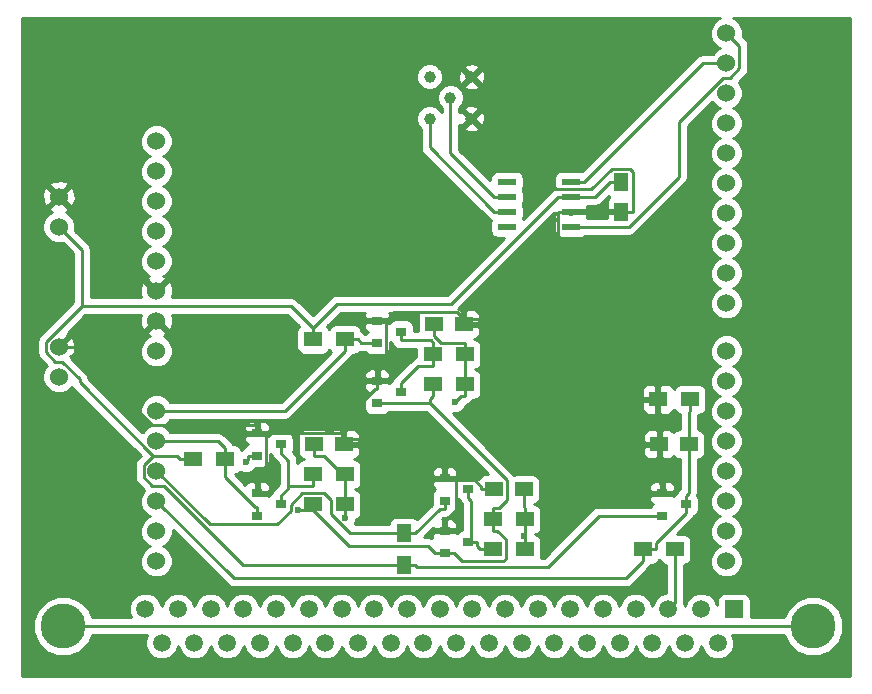
<source format=gbr>
G04 #@! TF.FileFunction,Copper,L1,Top,Signal*
%FSLAX46Y46*%
G04 Gerber Fmt 4.6, Leading zero omitted, Abs format (unit mm)*
G04 Created by KiCad (PCBNEW 4.0.7) date 10/28/17 15:39:50*
%MOMM*%
%LPD*%
G01*
G04 APERTURE LIST*
%ADD10C,0.100000*%
%ADD11R,1.250000X1.500000*%
%ADD12R,1.500000X1.250000*%
%ADD13R,1.520000X1.520000*%
%ADD14C,1.520000*%
%ADD15C,3.810000*%
%ADD16R,1.500000X1.300000*%
%ADD17R,1.300000X1.500000*%
%ADD18C,1.524000*%
%ADD19R,1.550000X0.600000*%
%ADD20C,1.000000*%
%ADD21R,0.900000X0.800000*%
%ADD22C,0.600000*%
%ADD23C,0.250000*%
%ADD24C,0.254000*%
G04 APERTURE END LIST*
D10*
D11*
X192405000Y-93325000D03*
X192405000Y-90825000D03*
D12*
X184130000Y-116840000D03*
X181630000Y-116840000D03*
X176550000Y-102870000D03*
X179050000Y-102870000D03*
X166390000Y-113030000D03*
X168890000Y-113030000D03*
X198100000Y-113030000D03*
X195600000Y-113030000D03*
D13*
X201930000Y-127000000D03*
D14*
X199160000Y-127000000D03*
X196390000Y-127000000D03*
X193620000Y-127000000D03*
X190860000Y-127000000D03*
X188090000Y-127000000D03*
X185320000Y-127000000D03*
X182550000Y-127000000D03*
X179780000Y-127000000D03*
D15*
X208640000Y-128420000D03*
X145140000Y-128420000D03*
D14*
X177010000Y-127000000D03*
X174240000Y-127000000D03*
X171480000Y-127000000D03*
X168710000Y-127000000D03*
X165940000Y-127000000D03*
X163170000Y-127000000D03*
X160400000Y-127000000D03*
X157630000Y-127000000D03*
X154860000Y-127000000D03*
X152100000Y-127000000D03*
X200560000Y-129840000D03*
X197790000Y-129840000D03*
X195020000Y-129840000D03*
X192250000Y-129840000D03*
X189480000Y-129840000D03*
X186720000Y-129840000D03*
X183950000Y-129840000D03*
X181180000Y-129840000D03*
X178410000Y-129840000D03*
X175640000Y-129840000D03*
X172870000Y-129840000D03*
X170100000Y-129840000D03*
X167340000Y-129840000D03*
X164570000Y-129840000D03*
X161800000Y-129840000D03*
X159030000Y-129840000D03*
X156260000Y-129840000D03*
X153490000Y-129840000D03*
D16*
X181530000Y-119380000D03*
X184230000Y-119380000D03*
X181530000Y-121920000D03*
X184230000Y-121920000D03*
D17*
X173990000Y-123270000D03*
X173990000Y-120570000D03*
D16*
X176450000Y-107950000D03*
X179150000Y-107950000D03*
X176450000Y-105410000D03*
X179150000Y-105410000D03*
X166290000Y-104140000D03*
X168990000Y-104140000D03*
X166290000Y-118110000D03*
X168990000Y-118110000D03*
X166290000Y-115570000D03*
X168990000Y-115570000D03*
X156130000Y-114300000D03*
X158830000Y-114300000D03*
X194230000Y-121920000D03*
X196930000Y-121920000D03*
X198200000Y-109220000D03*
X195500000Y-109220000D03*
D18*
X153042000Y-87335000D03*
X153042000Y-89875000D03*
X153042000Y-92415000D03*
X153042000Y-94955000D03*
X153042000Y-97495000D03*
X153042000Y-100035000D03*
X153042000Y-102575000D03*
X153042000Y-105115000D03*
X153042000Y-110195000D03*
X201302000Y-105115000D03*
X153042000Y-112735000D03*
X153042000Y-115275000D03*
X153042000Y-117815000D03*
X153042000Y-120355000D03*
X153042000Y-122895000D03*
X201302000Y-78195000D03*
X201302000Y-80735000D03*
X201302000Y-83275000D03*
X201302000Y-85815000D03*
X201302000Y-88355000D03*
X201302000Y-90895000D03*
X201302000Y-93435000D03*
X201302000Y-95975000D03*
X201302000Y-98515000D03*
X201302000Y-101055000D03*
X201302000Y-107655000D03*
X201302000Y-110195000D03*
X201302000Y-112735000D03*
X201302000Y-115275000D03*
X201302000Y-117815000D03*
X201302000Y-120355000D03*
X201302000Y-122895000D03*
D19*
X188120000Y-94615000D03*
X188120000Y-93345000D03*
X188120000Y-92075000D03*
X188120000Y-90805000D03*
X182720000Y-90805000D03*
X182720000Y-92075000D03*
X182720000Y-93345000D03*
X182720000Y-94615000D03*
D20*
X179705000Y-81915000D03*
X176165000Y-81915000D03*
X179705000Y-85455000D03*
X176165000Y-85455000D03*
X177935000Y-83685000D03*
D21*
X177435000Y-120335000D03*
X177435000Y-122235000D03*
X179435000Y-121285000D03*
X171720000Y-107635000D03*
X171720000Y-109535000D03*
X173720000Y-108585000D03*
X161560000Y-112080000D03*
X161560000Y-113980000D03*
X163560000Y-113030000D03*
X177435000Y-115890000D03*
X177435000Y-117790000D03*
X179435000Y-116840000D03*
X171720000Y-102555000D03*
X171720000Y-104455000D03*
X173720000Y-103505000D03*
X161560000Y-117160000D03*
X161560000Y-119060000D03*
X163560000Y-118110000D03*
D18*
X144780000Y-107315000D03*
X144780000Y-104775000D03*
X144780000Y-94615000D03*
X144780000Y-92075000D03*
D21*
X195850000Y-117160000D03*
X195850000Y-119060000D03*
X197850000Y-118110000D03*
D22*
X184175500Y-120756400D03*
X178302800Y-109482200D03*
X169031500Y-119284000D03*
X165023400Y-118597600D03*
X160604500Y-114551700D03*
D23*
X195850000Y-117160000D02*
X195850000Y-116434700D01*
X181630000Y-116840000D02*
X180554700Y-116840000D01*
X161560000Y-112080000D02*
X162335300Y-112080000D01*
X168890000Y-111009000D02*
X168890000Y-112079700D01*
X171538700Y-108360300D02*
X168890000Y-111009000D01*
X171720000Y-108360300D02*
X171538700Y-108360300D01*
X171720000Y-107635000D02*
X171720000Y-108360300D01*
X161560000Y-112080000D02*
X161560000Y-111354700D01*
X153042000Y-102575000D02*
X148449700Y-107167300D01*
X146057300Y-104775000D02*
X148449700Y-107167300D01*
X144780000Y-104775000D02*
X146057300Y-104775000D01*
X152637000Y-111354700D02*
X161560000Y-111354700D01*
X148449700Y-107167300D02*
X152637000Y-111354700D01*
X168890000Y-113030000D02*
X168890000Y-112554800D01*
X168890000Y-112554800D02*
X168890000Y-112079700D01*
X174825100Y-112554800D02*
X177435000Y-115164700D01*
X168890000Y-112554800D02*
X174825100Y-112554800D01*
X177435000Y-115890000D02*
X177435000Y-115164700D01*
X171720000Y-102555000D02*
X172382700Y-102555000D01*
X171720000Y-107635000D02*
X171720000Y-106909700D01*
X161560000Y-117160000D02*
X161560000Y-116434700D01*
X162335600Y-112079700D02*
X162335300Y-112080000D01*
X168890000Y-112079700D02*
X162335600Y-112079700D01*
X162335300Y-115659400D02*
X161560000Y-116434700D01*
X162335300Y-112080000D02*
X162335300Y-115659400D01*
X177435000Y-120335000D02*
X177435000Y-119609700D01*
X180554700Y-116602400D02*
X180554700Y-116840000D01*
X180020400Y-116068100D02*
X180554700Y-116602400D01*
X178435000Y-116068100D02*
X180020400Y-116068100D01*
X178256900Y-115890000D02*
X178435000Y-116068100D01*
X177435000Y-115890000D02*
X178256900Y-115890000D01*
X178435000Y-118609700D02*
X177435000Y-119609700D01*
X178435000Y-116068100D02*
X178435000Y-118609700D01*
X185680400Y-91430400D02*
X179705000Y-85455000D01*
X189856500Y-91430400D02*
X185680400Y-91430400D01*
X191579600Y-89707300D02*
X189856500Y-91430400D01*
X193123400Y-89707300D02*
X191579600Y-89707300D01*
X193355300Y-89939200D02*
X193123400Y-89707300D01*
X193355300Y-93325000D02*
X193355300Y-89939200D01*
X192405000Y-93325000D02*
X193355300Y-93325000D01*
X179050000Y-102870000D02*
X179050000Y-102451100D01*
X195500000Y-109220000D02*
X195500000Y-108244700D01*
X195600000Y-116184700D02*
X195600000Y-113030000D01*
X195850000Y-116434700D02*
X195600000Y-116184700D01*
X195600000Y-110295300D02*
X195500000Y-110195300D01*
X195600000Y-113030000D02*
X195600000Y-110295300D01*
X195500000Y-109220000D02*
X195500000Y-110195300D01*
X152740000Y-100035000D02*
X153042000Y-100035000D01*
X144780000Y-92075000D02*
X152740000Y-100035000D01*
X172382700Y-102555000D02*
X172495300Y-102555000D01*
X172495300Y-106134400D02*
X171720000Y-106909700D01*
X172495300Y-102555000D02*
X172495300Y-106134400D01*
X178457100Y-101858200D02*
X179050000Y-102451100D01*
X173192100Y-101858200D02*
X178457100Y-101858200D01*
X172495300Y-102555000D02*
X173192100Y-101858200D01*
X191434700Y-93345000D02*
X191454700Y-93325000D01*
X188120000Y-93345000D02*
X191434700Y-93345000D01*
X192405000Y-93325000D02*
X191454700Y-93325000D01*
X188120000Y-93345000D02*
X187019700Y-93345000D01*
X187019700Y-102451100D02*
X187019700Y-93345000D01*
X179050000Y-102451100D02*
X187019700Y-102451100D01*
X189706400Y-102451100D02*
X195500000Y-108244700D01*
X187019700Y-102451100D02*
X189706400Y-102451100D01*
X184130000Y-118304700D02*
X184130000Y-116840000D01*
X184230000Y-118404700D02*
X184130000Y-118304700D01*
X184230000Y-119380000D02*
X184230000Y-118404700D01*
X184230000Y-120756400D02*
X184175500Y-120756400D01*
X184230000Y-121920000D02*
X184230000Y-120756400D01*
X184230000Y-120756400D02*
X184230000Y-119380000D01*
X178859700Y-108925300D02*
X178302800Y-109482200D01*
X179150000Y-108925300D02*
X178859700Y-108925300D01*
X179150000Y-107950000D02*
X179150000Y-108925300D01*
X179150000Y-107950000D02*
X179150000Y-105410000D01*
X177164400Y-104434700D02*
X176550000Y-103820300D01*
X179150000Y-104434700D02*
X177164400Y-104434700D01*
X179150000Y-105410000D02*
X179150000Y-104434700D01*
X176550000Y-102870000D02*
X176550000Y-103820300D01*
X168990000Y-118110000D02*
X168990000Y-119085300D01*
X169031500Y-119126800D02*
X168990000Y-119085300D01*
X169031500Y-119284000D02*
X169031500Y-119126800D01*
X168990000Y-118110000D02*
X168990000Y-115770000D01*
X168990000Y-115770000D02*
X168990000Y-115570000D01*
X167200300Y-113980300D02*
X166390000Y-113980300D01*
X168990000Y-115770000D02*
X167200300Y-113980300D01*
X166390000Y-113030000D02*
X166390000Y-113980300D01*
X198100000Y-110295300D02*
X198100000Y-113030000D01*
X198200000Y-110195300D02*
X198100000Y-110295300D01*
X198200000Y-109220000D02*
X198200000Y-110195300D01*
X198100000Y-117134700D02*
X198100000Y-113030000D01*
X197850000Y-117384700D02*
X198100000Y-117134700D01*
X159598800Y-124371800D02*
X153042000Y-117815000D01*
X192753500Y-124371800D02*
X159598800Y-124371800D01*
X194230000Y-122895300D02*
X192753500Y-124371800D01*
X194230000Y-121920000D02*
X194230000Y-122895300D01*
X197850000Y-117747300D02*
X197850000Y-117384700D01*
X197850000Y-117747300D02*
X197850000Y-118110000D01*
X195305300Y-121380000D02*
X195305300Y-121920000D01*
X197850000Y-118835300D02*
X195305300Y-121380000D01*
X197850000Y-118110000D02*
X197850000Y-118835300D01*
X194230000Y-121920000D02*
X195305300Y-121920000D01*
X196930000Y-126460000D02*
X196390000Y-127000000D01*
X196930000Y-121920000D02*
X196930000Y-126460000D01*
X177435000Y-122235000D02*
X178210300Y-122235000D01*
X178907600Y-122932300D02*
X178210300Y-122235000D01*
X182388800Y-122932300D02*
X178907600Y-122932300D01*
X182605400Y-122715700D02*
X182388800Y-122932300D01*
X182605400Y-121065000D02*
X182605400Y-122715700D01*
X181895700Y-120355300D02*
X182605400Y-121065000D01*
X181530000Y-120355300D02*
X181895700Y-120355300D01*
X176450000Y-107950000D02*
X176450000Y-108925300D01*
X181530000Y-119380000D02*
X181530000Y-118404700D01*
X176166300Y-109209000D02*
X176450000Y-108925300D01*
X176166300Y-109535000D02*
X176166300Y-109209000D01*
X171720000Y-109535000D02*
X176166300Y-109535000D01*
X182017600Y-118404700D02*
X181530000Y-118404700D01*
X182705400Y-117716900D02*
X182017600Y-118404700D01*
X182705400Y-116074100D02*
X182705400Y-117716900D01*
X176166300Y-109535000D02*
X182705400Y-116074100D01*
X181530000Y-119380000D02*
X181530000Y-120355300D01*
X166290000Y-118110000D02*
X166290000Y-118597600D01*
X177435000Y-122235000D02*
X176659700Y-122235000D01*
X176070100Y-121645400D02*
X176659700Y-122235000D01*
X169337800Y-121645400D02*
X176070100Y-121645400D01*
X166290000Y-118597600D02*
X169337800Y-121645400D01*
X166290000Y-118597600D02*
X165023400Y-118597600D01*
X161560000Y-113980000D02*
X160784700Y-113980000D01*
X160784700Y-114371500D02*
X160604500Y-114551700D01*
X160784700Y-113980000D02*
X160784700Y-114371500D01*
X157552400Y-119785400D02*
X153042000Y-115275000D01*
X163286800Y-119785400D02*
X157552400Y-119785400D01*
X164398100Y-118674100D02*
X163286800Y-119785400D01*
X164398100Y-118135500D02*
X164398100Y-118674100D01*
X165399000Y-117134600D02*
X164398100Y-118135500D01*
X167248200Y-117134600D02*
X165399000Y-117134600D01*
X167816500Y-117702900D02*
X167248200Y-117134600D01*
X167816500Y-118953300D02*
X167816500Y-117702900D01*
X169433200Y-120570000D02*
X167816500Y-118953300D01*
X173990000Y-120570000D02*
X169433200Y-120570000D01*
X177020000Y-118515300D02*
X174965300Y-120570000D01*
X177435000Y-118515300D02*
X177020000Y-118515300D01*
X177435000Y-117790000D02*
X177435000Y-118515300D01*
X173990000Y-120570000D02*
X174965300Y-120570000D01*
X170380300Y-104455000D02*
X170065300Y-104140000D01*
X171720000Y-104455000D02*
X170380300Y-104455000D01*
X168990000Y-104140000D02*
X170065300Y-104140000D01*
X163910300Y-110195000D02*
X168990000Y-105115300D01*
X153042000Y-110195000D02*
X163910300Y-110195000D01*
X168990000Y-104140000D02*
X168990000Y-105115300D01*
X158830000Y-115786000D02*
X158830000Y-114300000D01*
X161378700Y-118334700D02*
X158830000Y-115786000D01*
X161560000Y-118334700D02*
X161378700Y-118334700D01*
X161560000Y-119060000D02*
X161560000Y-118334700D01*
X158240300Y-112735000D02*
X158830000Y-113324700D01*
X153042000Y-112735000D02*
X158240300Y-112735000D01*
X158830000Y-114300000D02*
X158830000Y-113324700D01*
X202392100Y-79285100D02*
X201302000Y-78195000D01*
X202392100Y-81207400D02*
X202392100Y-79285100D01*
X201594500Y-82005000D02*
X202392100Y-81207400D01*
X201025200Y-82005000D02*
X201594500Y-82005000D01*
X197262600Y-85767600D02*
X201025200Y-82005000D01*
X197262600Y-90371600D02*
X197262600Y-85767600D01*
X193019200Y-94615000D02*
X197262600Y-90371600D01*
X188120000Y-94615000D02*
X193019200Y-94615000D01*
X199290300Y-80735000D02*
X201302000Y-80735000D01*
X189220300Y-90805000D02*
X199290300Y-80735000D01*
X188120000Y-90805000D02*
X189220300Y-90805000D01*
X182720000Y-92075000D02*
X181619700Y-92075000D01*
X177935000Y-88390300D02*
X177935000Y-83685000D01*
X181619700Y-92075000D02*
X177935000Y-88390300D01*
X176165000Y-87890300D02*
X181619700Y-93345000D01*
X176165000Y-85455000D02*
X176165000Y-87890300D01*
X182720000Y-93345000D02*
X181619700Y-93345000D01*
X145140000Y-128420000D02*
X208640000Y-128420000D01*
X166290000Y-104140000D02*
X166190000Y-104140000D01*
X192405000Y-90825000D02*
X191454700Y-90825000D01*
X156130000Y-114300000D02*
X155054700Y-114300000D01*
X166290000Y-104140000D02*
X166290000Y-103164700D01*
X146700800Y-96535800D02*
X146700800Y-101305000D01*
X144780000Y-94615000D02*
X146700800Y-96535800D01*
X143677300Y-104328500D02*
X146700800Y-101305000D01*
X143677300Y-105234800D02*
X143677300Y-104328500D01*
X144487500Y-106045000D02*
X143677300Y-105234800D01*
X145056900Y-106045000D02*
X144487500Y-106045000D01*
X146534600Y-107522700D02*
X145056900Y-106045000D01*
X146534600Y-107769900D02*
X146534600Y-107522700D01*
X152769700Y-114005000D02*
X146534600Y-107769900D01*
X154759700Y-114005000D02*
X155054700Y-114300000D01*
X152769700Y-114005000D02*
X154759700Y-114005000D01*
X190204700Y-92075000D02*
X188120000Y-92075000D01*
X191454700Y-90825000D02*
X190204700Y-92075000D01*
X164430300Y-101305000D02*
X166290000Y-103164700D01*
X146700800Y-101305000D02*
X164430300Y-101305000D01*
X188120000Y-92075000D02*
X187019700Y-92075000D01*
X168332300Y-101122400D02*
X166290000Y-103164700D01*
X177972300Y-101122400D02*
X168332300Y-101122400D01*
X187019700Y-92075000D02*
X177972300Y-101122400D01*
X173990000Y-123270000D02*
X174965300Y-123270000D01*
X175078000Y-123382700D02*
X174965300Y-123270000D01*
X186155100Y-123382700D02*
X175078000Y-123382700D01*
X190477800Y-119060000D02*
X186155100Y-123382700D01*
X195850000Y-119060000D02*
X190477800Y-119060000D01*
X151954600Y-114820100D02*
X152769700Y-114005000D01*
X151954600Y-115783700D02*
X151954600Y-114820100D01*
X152700600Y-116529700D02*
X151954600Y-115783700D01*
X153659800Y-116529700D02*
X152700600Y-116529700D01*
X160400100Y-123270000D02*
X153659800Y-116529700D01*
X173990000Y-123270000D02*
X160400100Y-123270000D01*
X180210300Y-121675600D02*
X180210300Y-121285000D01*
X180454700Y-121920000D02*
X180210300Y-121675600D01*
X181530000Y-121920000D02*
X180454700Y-121920000D01*
X179679200Y-117809500D02*
X179679200Y-121285000D01*
X179435000Y-117565300D02*
X179679200Y-117809500D01*
X179435000Y-121285000D02*
X179679200Y-121285000D01*
X179679200Y-121285000D02*
X180210300Y-121285000D01*
X179435000Y-116840000D02*
X179435000Y-117565300D01*
X176245600Y-104230300D02*
X176450000Y-104434700D01*
X173720000Y-104230300D02*
X176245600Y-104230300D01*
X173720000Y-103505000D02*
X173720000Y-104230300D01*
X176450000Y-105410000D02*
X176450000Y-104434700D01*
X175194400Y-106385300D02*
X176450000Y-106385300D01*
X173720000Y-107859700D02*
X175194400Y-106385300D01*
X173720000Y-108585000D02*
X173720000Y-107859700D01*
X176450000Y-105410000D02*
X176450000Y-106385300D01*
X163560000Y-118110000D02*
X163560000Y-117384700D01*
X166290000Y-115570000D02*
X166290000Y-116545300D01*
X163560000Y-113030000D02*
X163560000Y-113755300D01*
X164217300Y-116545300D02*
X166290000Y-116545300D01*
X164217300Y-116727400D02*
X164217300Y-116545300D01*
X163560000Y-117384700D02*
X164217300Y-116727400D01*
X164217300Y-114412600D02*
X163560000Y-113755300D01*
X164217300Y-116545300D02*
X164217300Y-114412600D01*
D24*
G36*
X200511697Y-77009990D02*
X200118371Y-77402630D01*
X199905243Y-77915900D01*
X199904758Y-78471661D01*
X200116990Y-78985303D01*
X200509630Y-79378629D01*
X200717512Y-79464949D01*
X200511697Y-79549990D01*
X200118371Y-79942630D01*
X200104930Y-79975000D01*
X199290300Y-79975000D01*
X198999461Y-80032852D01*
X198752899Y-80197599D01*
X189059605Y-89890893D01*
X188895000Y-89857560D01*
X187345000Y-89857560D01*
X187109683Y-89901838D01*
X186893559Y-90040910D01*
X186748569Y-90253110D01*
X186697560Y-90505000D01*
X186697560Y-91105000D01*
X186741838Y-91340317D01*
X186758926Y-91366872D01*
X186728861Y-91372852D01*
X186482299Y-91537599D01*
X184036320Y-93983578D01*
X184034322Y-93980472D01*
X184091431Y-93896890D01*
X184142440Y-93645000D01*
X184142440Y-93045000D01*
X184098162Y-92809683D01*
X184034322Y-92710472D01*
X184091431Y-92626890D01*
X184142440Y-92375000D01*
X184142440Y-91775000D01*
X184098162Y-91539683D01*
X184034322Y-91440472D01*
X184091431Y-91356890D01*
X184142440Y-91105000D01*
X184142440Y-90505000D01*
X184098162Y-90269683D01*
X183959090Y-90053559D01*
X183746890Y-89908569D01*
X183495000Y-89857560D01*
X181945000Y-89857560D01*
X181709683Y-89901838D01*
X181493559Y-90040910D01*
X181348569Y-90253110D01*
X181297560Y-90505000D01*
X181297560Y-90678058D01*
X178695000Y-88075498D01*
X178695000Y-86245104D01*
X179094501Y-86245104D01*
X179131648Y-86460217D01*
X179559972Y-86603112D01*
X180010375Y-86571217D01*
X180278352Y-86460217D01*
X180315499Y-86245104D01*
X179705000Y-85634605D01*
X179094501Y-86245104D01*
X178695000Y-86245104D01*
X178695000Y-86016805D01*
X178699783Y-86028352D01*
X178914896Y-86065499D01*
X179525395Y-85455000D01*
X179884605Y-85455000D01*
X180495104Y-86065499D01*
X180710217Y-86028352D01*
X180853112Y-85600028D01*
X180821217Y-85149625D01*
X180710217Y-84881648D01*
X180495104Y-84844501D01*
X179884605Y-85455000D01*
X179525395Y-85455000D01*
X178914896Y-84844501D01*
X178699783Y-84881648D01*
X178695000Y-84895985D01*
X178695000Y-84664896D01*
X179094501Y-84664896D01*
X179705000Y-85275395D01*
X180315499Y-84664896D01*
X180278352Y-84449783D01*
X179850028Y-84306888D01*
X179399625Y-84338783D01*
X179131648Y-84449783D01*
X179094501Y-84664896D01*
X178695000Y-84664896D01*
X178695000Y-84530059D01*
X178896645Y-84328765D01*
X179069803Y-83911756D01*
X179070197Y-83460225D01*
X178897767Y-83042914D01*
X178578765Y-82723355D01*
X178534812Y-82705104D01*
X179094501Y-82705104D01*
X179131648Y-82920217D01*
X179559972Y-83063112D01*
X180010375Y-83031217D01*
X180278352Y-82920217D01*
X180315499Y-82705104D01*
X179705000Y-82094605D01*
X179094501Y-82705104D01*
X178534812Y-82705104D01*
X178161756Y-82550197D01*
X177710225Y-82549803D01*
X177292914Y-82722233D01*
X176973355Y-83041235D01*
X176800197Y-83458244D01*
X176799803Y-83909775D01*
X176972233Y-84327086D01*
X177175000Y-84530207D01*
X177175000Y-84927226D01*
X177127767Y-84812914D01*
X176808765Y-84493355D01*
X176391756Y-84320197D01*
X175940225Y-84319803D01*
X175522914Y-84492233D01*
X175203355Y-84811235D01*
X175030197Y-85228244D01*
X175029803Y-85679775D01*
X175202233Y-86097086D01*
X175405000Y-86300207D01*
X175405000Y-87890300D01*
X175462852Y-88181139D01*
X175627599Y-88427701D01*
X181082299Y-93882401D01*
X181328861Y-94047148D01*
X181355812Y-94052509D01*
X181348569Y-94063110D01*
X181297560Y-94315000D01*
X181297560Y-94915000D01*
X181341838Y-95150317D01*
X181480910Y-95366441D01*
X181693110Y-95511431D01*
X181945000Y-95562440D01*
X182457458Y-95562440D01*
X177657498Y-100362400D01*
X168332300Y-100362400D01*
X168041460Y-100420252D01*
X167794899Y-100584999D01*
X166290000Y-102089898D01*
X164967701Y-100767599D01*
X164721139Y-100602852D01*
X164430300Y-100545000D01*
X154343293Y-100545000D01*
X154451144Y-100242698D01*
X154423362Y-99687632D01*
X154264397Y-99303857D01*
X154022213Y-99234392D01*
X153221605Y-100035000D01*
X153235748Y-100049143D01*
X153056143Y-100228748D01*
X153042000Y-100214605D01*
X153027858Y-100228748D01*
X152848253Y-100049143D01*
X152862395Y-100035000D01*
X152061787Y-99234392D01*
X151819603Y-99303857D01*
X151632856Y-99827302D01*
X151660638Y-100382368D01*
X151728002Y-100545000D01*
X147460800Y-100545000D01*
X147460800Y-96535800D01*
X147402948Y-96244961D01*
X147402948Y-96244960D01*
X147238201Y-95998399D01*
X146164183Y-94924381D01*
X146176757Y-94894100D01*
X146177242Y-94338339D01*
X145965010Y-93824697D01*
X145572370Y-93431371D01*
X145380273Y-93351605D01*
X145511143Y-93297397D01*
X145580608Y-93055213D01*
X144780000Y-92254605D01*
X143979392Y-93055213D01*
X144048857Y-93297397D01*
X144189318Y-93347509D01*
X143989697Y-93429990D01*
X143596371Y-93822630D01*
X143383243Y-94335900D01*
X143382758Y-94891661D01*
X143594990Y-95405303D01*
X143987630Y-95798629D01*
X144500900Y-96011757D01*
X145056661Y-96012242D01*
X145089055Y-95998857D01*
X145940800Y-96850602D01*
X145940800Y-100990198D01*
X143139899Y-103791099D01*
X142975152Y-104037661D01*
X142917300Y-104328500D01*
X142917300Y-105234800D01*
X142975152Y-105525639D01*
X143139899Y-105772201D01*
X143743478Y-106375780D01*
X143596371Y-106522630D01*
X143383243Y-107035900D01*
X143382758Y-107591661D01*
X143594990Y-108105303D01*
X143987630Y-108498629D01*
X144500900Y-108711757D01*
X145056661Y-108712242D01*
X145570303Y-108500010D01*
X145903630Y-108167264D01*
X145997199Y-108307301D01*
X151694898Y-114005000D01*
X151417199Y-114282699D01*
X151252452Y-114529261D01*
X151194600Y-114820100D01*
X151194600Y-115783700D01*
X151252452Y-116074539D01*
X151417199Y-116321101D01*
X151988663Y-116892565D01*
X151858371Y-117022630D01*
X151645243Y-117535900D01*
X151644758Y-118091661D01*
X151856990Y-118605303D01*
X152249630Y-118998629D01*
X152457512Y-119084949D01*
X152251697Y-119169990D01*
X151858371Y-119562630D01*
X151645243Y-120075900D01*
X151644758Y-120631661D01*
X151856990Y-121145303D01*
X152249630Y-121538629D01*
X152457512Y-121624949D01*
X152251697Y-121709990D01*
X151858371Y-122102630D01*
X151645243Y-122615900D01*
X151644758Y-123171661D01*
X151856990Y-123685303D01*
X152249630Y-124078629D01*
X152762900Y-124291757D01*
X153318661Y-124292242D01*
X153832303Y-124080010D01*
X154225629Y-123687370D01*
X154438757Y-123174100D01*
X154439242Y-122618339D01*
X154227010Y-122104697D01*
X153834370Y-121711371D01*
X153626488Y-121625051D01*
X153832303Y-121540010D01*
X154225629Y-121147370D01*
X154438757Y-120634100D01*
X154439060Y-120286862D01*
X159061399Y-124909201D01*
X159307961Y-125073948D01*
X159598800Y-125131800D01*
X192753500Y-125131800D01*
X193044339Y-125073948D01*
X193290901Y-124909201D01*
X194767401Y-123432701D01*
X194911234Y-123217440D01*
X194980000Y-123217440D01*
X195215317Y-123173162D01*
X195431441Y-123034090D01*
X195576431Y-122821890D01*
X195579081Y-122808803D01*
X195715910Y-123021441D01*
X195928110Y-123166431D01*
X196170000Y-123215415D01*
X196170000Y-125604807D01*
X196113735Y-125604758D01*
X195600828Y-125816687D01*
X195208066Y-126208764D01*
X195004762Y-126698372D01*
X194803313Y-126210828D01*
X194411236Y-125818066D01*
X193898700Y-125605242D01*
X193343735Y-125604758D01*
X192830828Y-125816687D01*
X192438066Y-126208764D01*
X192239775Y-126686301D01*
X192043313Y-126210828D01*
X191651236Y-125818066D01*
X191138700Y-125605242D01*
X190583735Y-125604758D01*
X190070828Y-125816687D01*
X189678066Y-126208764D01*
X189474762Y-126698372D01*
X189273313Y-126210828D01*
X188881236Y-125818066D01*
X188368700Y-125605242D01*
X187813735Y-125604758D01*
X187300828Y-125816687D01*
X186908066Y-126208764D01*
X186704762Y-126698372D01*
X186503313Y-126210828D01*
X186111236Y-125818066D01*
X185598700Y-125605242D01*
X185043735Y-125604758D01*
X184530828Y-125816687D01*
X184138066Y-126208764D01*
X183934762Y-126698372D01*
X183733313Y-126210828D01*
X183341236Y-125818066D01*
X182828700Y-125605242D01*
X182273735Y-125604758D01*
X181760828Y-125816687D01*
X181368066Y-126208764D01*
X181164762Y-126698372D01*
X180963313Y-126210828D01*
X180571236Y-125818066D01*
X180058700Y-125605242D01*
X179503735Y-125604758D01*
X178990828Y-125816687D01*
X178598066Y-126208764D01*
X178394762Y-126698372D01*
X178193313Y-126210828D01*
X177801236Y-125818066D01*
X177288700Y-125605242D01*
X176733735Y-125604758D01*
X176220828Y-125816687D01*
X175828066Y-126208764D01*
X175624762Y-126698372D01*
X175423313Y-126210828D01*
X175031236Y-125818066D01*
X174518700Y-125605242D01*
X173963735Y-125604758D01*
X173450828Y-125816687D01*
X173058066Y-126208764D01*
X172859775Y-126686301D01*
X172663313Y-126210828D01*
X172271236Y-125818066D01*
X171758700Y-125605242D01*
X171203735Y-125604758D01*
X170690828Y-125816687D01*
X170298066Y-126208764D01*
X170094762Y-126698372D01*
X169893313Y-126210828D01*
X169501236Y-125818066D01*
X168988700Y-125605242D01*
X168433735Y-125604758D01*
X167920828Y-125816687D01*
X167528066Y-126208764D01*
X167324762Y-126698372D01*
X167123313Y-126210828D01*
X166731236Y-125818066D01*
X166218700Y-125605242D01*
X165663735Y-125604758D01*
X165150828Y-125816687D01*
X164758066Y-126208764D01*
X164554762Y-126698372D01*
X164353313Y-126210828D01*
X163961236Y-125818066D01*
X163448700Y-125605242D01*
X162893735Y-125604758D01*
X162380828Y-125816687D01*
X161988066Y-126208764D01*
X161784762Y-126698372D01*
X161583313Y-126210828D01*
X161191236Y-125818066D01*
X160678700Y-125605242D01*
X160123735Y-125604758D01*
X159610828Y-125816687D01*
X159218066Y-126208764D01*
X159014762Y-126698372D01*
X158813313Y-126210828D01*
X158421236Y-125818066D01*
X157908700Y-125605242D01*
X157353735Y-125604758D01*
X156840828Y-125816687D01*
X156448066Y-126208764D01*
X156244762Y-126698372D01*
X156043313Y-126210828D01*
X155651236Y-125818066D01*
X155138700Y-125605242D01*
X154583735Y-125604758D01*
X154070828Y-125816687D01*
X153678066Y-126208764D01*
X153479775Y-126686301D01*
X153283313Y-126210828D01*
X152891236Y-125818066D01*
X152378700Y-125605242D01*
X151823735Y-125604758D01*
X151310828Y-125816687D01*
X150918066Y-126208764D01*
X150705242Y-126721300D01*
X150704758Y-127276265D01*
X150863314Y-127660000D01*
X147574258Y-127660000D01*
X147294563Y-126983085D01*
X146580673Y-126267948D01*
X145647454Y-125880441D01*
X144636979Y-125879560D01*
X143703085Y-126265437D01*
X142987948Y-126979327D01*
X142600441Y-127912546D01*
X142599560Y-128923021D01*
X142985437Y-129856915D01*
X143699327Y-130572052D01*
X144632546Y-130959559D01*
X145643021Y-130960440D01*
X146576915Y-130574563D01*
X147292052Y-129860673D01*
X147574693Y-129180000D01*
X152253572Y-129180000D01*
X152095242Y-129561300D01*
X152094758Y-130116265D01*
X152306687Y-130629172D01*
X152698764Y-131021934D01*
X153211300Y-131234758D01*
X153766265Y-131235242D01*
X154279172Y-131023313D01*
X154671934Y-130631236D01*
X154875238Y-130141628D01*
X155076687Y-130629172D01*
X155468764Y-131021934D01*
X155981300Y-131234758D01*
X156536265Y-131235242D01*
X157049172Y-131023313D01*
X157441934Y-130631236D01*
X157645238Y-130141628D01*
X157846687Y-130629172D01*
X158238764Y-131021934D01*
X158751300Y-131234758D01*
X159306265Y-131235242D01*
X159819172Y-131023313D01*
X160211934Y-130631236D01*
X160415238Y-130141628D01*
X160616687Y-130629172D01*
X161008764Y-131021934D01*
X161521300Y-131234758D01*
X162076265Y-131235242D01*
X162589172Y-131023313D01*
X162981934Y-130631236D01*
X163185238Y-130141628D01*
X163386687Y-130629172D01*
X163778764Y-131021934D01*
X164291300Y-131234758D01*
X164846265Y-131235242D01*
X165359172Y-131023313D01*
X165751934Y-130631236D01*
X165955238Y-130141628D01*
X166156687Y-130629172D01*
X166548764Y-131021934D01*
X167061300Y-131234758D01*
X167616265Y-131235242D01*
X168129172Y-131023313D01*
X168521934Y-130631236D01*
X168720225Y-130153699D01*
X168916687Y-130629172D01*
X169308764Y-131021934D01*
X169821300Y-131234758D01*
X170376265Y-131235242D01*
X170889172Y-131023313D01*
X171281934Y-130631236D01*
X171485238Y-130141628D01*
X171686687Y-130629172D01*
X172078764Y-131021934D01*
X172591300Y-131234758D01*
X173146265Y-131235242D01*
X173659172Y-131023313D01*
X174051934Y-130631236D01*
X174255238Y-130141628D01*
X174456687Y-130629172D01*
X174848764Y-131021934D01*
X175361300Y-131234758D01*
X175916265Y-131235242D01*
X176429172Y-131023313D01*
X176821934Y-130631236D01*
X177025238Y-130141628D01*
X177226687Y-130629172D01*
X177618764Y-131021934D01*
X178131300Y-131234758D01*
X178686265Y-131235242D01*
X179199172Y-131023313D01*
X179591934Y-130631236D01*
X179795238Y-130141628D01*
X179996687Y-130629172D01*
X180388764Y-131021934D01*
X180901300Y-131234758D01*
X181456265Y-131235242D01*
X181969172Y-131023313D01*
X182361934Y-130631236D01*
X182565238Y-130141628D01*
X182766687Y-130629172D01*
X183158764Y-131021934D01*
X183671300Y-131234758D01*
X184226265Y-131235242D01*
X184739172Y-131023313D01*
X185131934Y-130631236D01*
X185335238Y-130141628D01*
X185536687Y-130629172D01*
X185928764Y-131021934D01*
X186441300Y-131234758D01*
X186996265Y-131235242D01*
X187509172Y-131023313D01*
X187901934Y-130631236D01*
X188100225Y-130153699D01*
X188296687Y-130629172D01*
X188688764Y-131021934D01*
X189201300Y-131234758D01*
X189756265Y-131235242D01*
X190269172Y-131023313D01*
X190661934Y-130631236D01*
X190865238Y-130141628D01*
X191066687Y-130629172D01*
X191458764Y-131021934D01*
X191971300Y-131234758D01*
X192526265Y-131235242D01*
X193039172Y-131023313D01*
X193431934Y-130631236D01*
X193635238Y-130141628D01*
X193836687Y-130629172D01*
X194228764Y-131021934D01*
X194741300Y-131234758D01*
X195296265Y-131235242D01*
X195809172Y-131023313D01*
X196201934Y-130631236D01*
X196405238Y-130141628D01*
X196606687Y-130629172D01*
X196998764Y-131021934D01*
X197511300Y-131234758D01*
X198066265Y-131235242D01*
X198579172Y-131023313D01*
X198971934Y-130631236D01*
X199175238Y-130141628D01*
X199376687Y-130629172D01*
X199768764Y-131021934D01*
X200281300Y-131234758D01*
X200836265Y-131235242D01*
X201349172Y-131023313D01*
X201741934Y-130631236D01*
X201954758Y-130118700D01*
X201955242Y-129563735D01*
X201796686Y-129180000D01*
X206205742Y-129180000D01*
X206485437Y-129856915D01*
X207199327Y-130572052D01*
X208132546Y-130959559D01*
X209143021Y-130960440D01*
X210076915Y-130574563D01*
X210792052Y-129860673D01*
X211179559Y-128927454D01*
X211180440Y-127916979D01*
X210794563Y-126983085D01*
X210080673Y-126267948D01*
X209147454Y-125880441D01*
X208136979Y-125879560D01*
X207203085Y-126265437D01*
X206487948Y-126979327D01*
X206205307Y-127660000D01*
X203337440Y-127660000D01*
X203337440Y-126240000D01*
X203293162Y-126004683D01*
X203154090Y-125788559D01*
X202941890Y-125643569D01*
X202690000Y-125592560D01*
X201170000Y-125592560D01*
X200934683Y-125636838D01*
X200718559Y-125775910D01*
X200573569Y-125988110D01*
X200522560Y-126240000D01*
X200522560Y-126644639D01*
X200343313Y-126210828D01*
X199951236Y-125818066D01*
X199438700Y-125605242D01*
X198883735Y-125604758D01*
X198370828Y-125816687D01*
X197978066Y-126208764D01*
X197774762Y-126698372D01*
X197685538Y-126482433D01*
X197690000Y-126460000D01*
X197690000Y-123215558D01*
X197915317Y-123173162D01*
X198131441Y-123034090D01*
X198276431Y-122821890D01*
X198327440Y-122570000D01*
X198327440Y-121270000D01*
X198283162Y-121034683D01*
X198144090Y-120818559D01*
X197931890Y-120673569D01*
X197680000Y-120622560D01*
X197137542Y-120622560D01*
X198387401Y-119372701D01*
X198552148Y-119126140D01*
X198557579Y-119098837D01*
X198751441Y-118974090D01*
X198896431Y-118761890D01*
X198947440Y-118510000D01*
X198947440Y-117710000D01*
X198903162Y-117474683D01*
X198818533Y-117343166D01*
X198860000Y-117134700D01*
X198860000Y-114300558D01*
X199085317Y-114258162D01*
X199301441Y-114119090D01*
X199446431Y-113906890D01*
X199497440Y-113655000D01*
X199497440Y-112405000D01*
X199453162Y-112169683D01*
X199314090Y-111953559D01*
X199101890Y-111808569D01*
X198860000Y-111759585D01*
X198860000Y-110549219D01*
X198881234Y-110517440D01*
X198950000Y-110517440D01*
X199185317Y-110473162D01*
X199401441Y-110334090D01*
X199546431Y-110121890D01*
X199597440Y-109870000D01*
X199597440Y-108570000D01*
X199553162Y-108334683D01*
X199414090Y-108118559D01*
X199201890Y-107973569D01*
X198950000Y-107922560D01*
X197450000Y-107922560D01*
X197214683Y-107966838D01*
X196998559Y-108105910D01*
X196853569Y-108318110D01*
X196846809Y-108351490D01*
X196788327Y-108210301D01*
X196609698Y-108031673D01*
X196376309Y-107935000D01*
X195785750Y-107935000D01*
X195627000Y-108093750D01*
X195627000Y-109093000D01*
X195647000Y-109093000D01*
X195647000Y-109347000D01*
X195627000Y-109347000D01*
X195627000Y-110346250D01*
X195785750Y-110505000D01*
X196376309Y-110505000D01*
X196609698Y-110408327D01*
X196788327Y-110229699D01*
X196844654Y-110093713D01*
X196846838Y-110105317D01*
X196985910Y-110321441D01*
X197198110Y-110466431D01*
X197340000Y-110495164D01*
X197340000Y-111759442D01*
X197114683Y-111801838D01*
X196898559Y-111940910D01*
X196852031Y-112009006D01*
X196709698Y-111866673D01*
X196476309Y-111770000D01*
X195885750Y-111770000D01*
X195727000Y-111928750D01*
X195727000Y-112903000D01*
X195747000Y-112903000D01*
X195747000Y-113157000D01*
X195727000Y-113157000D01*
X195727000Y-114131250D01*
X195885750Y-114290000D01*
X196476309Y-114290000D01*
X196709698Y-114193327D01*
X196850936Y-114052090D01*
X196885910Y-114106441D01*
X197098110Y-114251431D01*
X197340000Y-114300415D01*
X197340000Y-116819898D01*
X197312599Y-116847299D01*
X197147852Y-117093861D01*
X197142421Y-117121163D01*
X196948559Y-117245910D01*
X196861936Y-117372686D01*
X196776250Y-117287000D01*
X195977000Y-117287000D01*
X195977000Y-117307000D01*
X195723000Y-117307000D01*
X195723000Y-117287000D01*
X194923750Y-117287000D01*
X194765000Y-117445750D01*
X194765000Y-117686310D01*
X194861673Y-117919699D01*
X195040302Y-118098327D01*
X195076747Y-118113423D01*
X194948559Y-118195910D01*
X194877437Y-118300000D01*
X190477800Y-118300000D01*
X190186961Y-118357852D01*
X189940399Y-118522599D01*
X185840298Y-122622700D01*
X185616768Y-122622700D01*
X185627440Y-122570000D01*
X185627440Y-121270000D01*
X185583162Y-121034683D01*
X185444090Y-120818559D01*
X185231890Y-120673569D01*
X185120477Y-120651007D01*
X185215317Y-120633162D01*
X185431441Y-120494090D01*
X185576431Y-120281890D01*
X185627440Y-120030000D01*
X185627440Y-118730000D01*
X185583162Y-118494683D01*
X185444090Y-118278559D01*
X185231890Y-118133569D01*
X185008320Y-118088295D01*
X185115317Y-118068162D01*
X185331441Y-117929090D01*
X185476431Y-117716890D01*
X185527440Y-117465000D01*
X185527440Y-116633690D01*
X194765000Y-116633690D01*
X194765000Y-116874250D01*
X194923750Y-117033000D01*
X195723000Y-117033000D01*
X195723000Y-116283750D01*
X195977000Y-116283750D01*
X195977000Y-117033000D01*
X196776250Y-117033000D01*
X196935000Y-116874250D01*
X196935000Y-116633690D01*
X196838327Y-116400301D01*
X196659698Y-116221673D01*
X196426309Y-116125000D01*
X196135750Y-116125000D01*
X195977000Y-116283750D01*
X195723000Y-116283750D01*
X195564250Y-116125000D01*
X195273691Y-116125000D01*
X195040302Y-116221673D01*
X194861673Y-116400301D01*
X194765000Y-116633690D01*
X185527440Y-116633690D01*
X185527440Y-116215000D01*
X185483162Y-115979683D01*
X185344090Y-115763559D01*
X185131890Y-115618569D01*
X184880000Y-115567560D01*
X183380000Y-115567560D01*
X183276442Y-115587046D01*
X183242801Y-115536699D01*
X181021852Y-113315750D01*
X194215000Y-113315750D01*
X194215000Y-113781310D01*
X194311673Y-114014699D01*
X194490302Y-114193327D01*
X194723691Y-114290000D01*
X195314250Y-114290000D01*
X195473000Y-114131250D01*
X195473000Y-113157000D01*
X194373750Y-113157000D01*
X194215000Y-113315750D01*
X181021852Y-113315750D01*
X179984792Y-112278690D01*
X194215000Y-112278690D01*
X194215000Y-112744250D01*
X194373750Y-112903000D01*
X195473000Y-112903000D01*
X195473000Y-111928750D01*
X195314250Y-111770000D01*
X194723691Y-111770000D01*
X194490302Y-111866673D01*
X194311673Y-112045301D01*
X194215000Y-112278690D01*
X179984792Y-112278690D01*
X178123146Y-110417044D01*
X178487967Y-110417362D01*
X178831743Y-110275317D01*
X179094992Y-110012527D01*
X179237638Y-109668999D01*
X179237639Y-109667867D01*
X179440839Y-109627448D01*
X179622973Y-109505750D01*
X194115000Y-109505750D01*
X194115000Y-109996310D01*
X194211673Y-110229699D01*
X194390302Y-110408327D01*
X194623691Y-110505000D01*
X195214250Y-110505000D01*
X195373000Y-110346250D01*
X195373000Y-109347000D01*
X194273750Y-109347000D01*
X194115000Y-109505750D01*
X179622973Y-109505750D01*
X179687401Y-109462701D01*
X179831233Y-109247440D01*
X179900000Y-109247440D01*
X180135317Y-109203162D01*
X180351441Y-109064090D01*
X180496431Y-108851890D01*
X180547440Y-108600000D01*
X180547440Y-108443690D01*
X194115000Y-108443690D01*
X194115000Y-108934250D01*
X194273750Y-109093000D01*
X195373000Y-109093000D01*
X195373000Y-108093750D01*
X195214250Y-107935000D01*
X194623691Y-107935000D01*
X194390302Y-108031673D01*
X194211673Y-108210301D01*
X194115000Y-108443690D01*
X180547440Y-108443690D01*
X180547440Y-107300000D01*
X180503162Y-107064683D01*
X180364090Y-106848559D01*
X180151890Y-106703569D01*
X180040477Y-106681007D01*
X180135317Y-106663162D01*
X180351441Y-106524090D01*
X180496431Y-106311890D01*
X180547440Y-106060000D01*
X180547440Y-105391661D01*
X199904758Y-105391661D01*
X200116990Y-105905303D01*
X200509630Y-106298629D01*
X200717512Y-106384949D01*
X200511697Y-106469990D01*
X200118371Y-106862630D01*
X199905243Y-107375900D01*
X199904758Y-107931661D01*
X200116990Y-108445303D01*
X200509630Y-108838629D01*
X200717512Y-108924949D01*
X200511697Y-109009990D01*
X200118371Y-109402630D01*
X199905243Y-109915900D01*
X199904758Y-110471661D01*
X200116990Y-110985303D01*
X200509630Y-111378629D01*
X200717512Y-111464949D01*
X200511697Y-111549990D01*
X200118371Y-111942630D01*
X199905243Y-112455900D01*
X199904758Y-113011661D01*
X200116990Y-113525303D01*
X200509630Y-113918629D01*
X200717512Y-114004949D01*
X200511697Y-114089990D01*
X200118371Y-114482630D01*
X199905243Y-114995900D01*
X199904758Y-115551661D01*
X200116990Y-116065303D01*
X200509630Y-116458629D01*
X200717512Y-116544949D01*
X200511697Y-116629990D01*
X200118371Y-117022630D01*
X199905243Y-117535900D01*
X199904758Y-118091661D01*
X200116990Y-118605303D01*
X200509630Y-118998629D01*
X200717512Y-119084949D01*
X200511697Y-119169990D01*
X200118371Y-119562630D01*
X199905243Y-120075900D01*
X199904758Y-120631661D01*
X200116990Y-121145303D01*
X200509630Y-121538629D01*
X200717512Y-121624949D01*
X200511697Y-121709990D01*
X200118371Y-122102630D01*
X199905243Y-122615900D01*
X199904758Y-123171661D01*
X200116990Y-123685303D01*
X200509630Y-124078629D01*
X201022900Y-124291757D01*
X201578661Y-124292242D01*
X202092303Y-124080010D01*
X202485629Y-123687370D01*
X202698757Y-123174100D01*
X202699242Y-122618339D01*
X202487010Y-122104697D01*
X202094370Y-121711371D01*
X201886488Y-121625051D01*
X202092303Y-121540010D01*
X202485629Y-121147370D01*
X202698757Y-120634100D01*
X202699242Y-120078339D01*
X202487010Y-119564697D01*
X202094370Y-119171371D01*
X201886488Y-119085051D01*
X202092303Y-119000010D01*
X202485629Y-118607370D01*
X202698757Y-118094100D01*
X202699242Y-117538339D01*
X202487010Y-117024697D01*
X202094370Y-116631371D01*
X201886488Y-116545051D01*
X202092303Y-116460010D01*
X202485629Y-116067370D01*
X202698757Y-115554100D01*
X202699242Y-114998339D01*
X202487010Y-114484697D01*
X202094370Y-114091371D01*
X201886488Y-114005051D01*
X202092303Y-113920010D01*
X202485629Y-113527370D01*
X202698757Y-113014100D01*
X202699242Y-112458339D01*
X202487010Y-111944697D01*
X202094370Y-111551371D01*
X201886488Y-111465051D01*
X202092303Y-111380010D01*
X202485629Y-110987370D01*
X202698757Y-110474100D01*
X202699242Y-109918339D01*
X202487010Y-109404697D01*
X202094370Y-109011371D01*
X201886488Y-108925051D01*
X202092303Y-108840010D01*
X202485629Y-108447370D01*
X202698757Y-107934100D01*
X202699242Y-107378339D01*
X202487010Y-106864697D01*
X202094370Y-106471371D01*
X201886488Y-106385051D01*
X202092303Y-106300010D01*
X202485629Y-105907370D01*
X202698757Y-105394100D01*
X202699242Y-104838339D01*
X202487010Y-104324697D01*
X202094370Y-103931371D01*
X201581100Y-103718243D01*
X201025339Y-103717758D01*
X200511697Y-103929990D01*
X200118371Y-104322630D01*
X199905243Y-104835900D01*
X199904758Y-105391661D01*
X180547440Y-105391661D01*
X180547440Y-104760000D01*
X180503162Y-104524683D01*
X180364090Y-104308559D01*
X180151890Y-104163569D01*
X179945949Y-104121865D01*
X180159698Y-104033327D01*
X180338327Y-103854699D01*
X180435000Y-103621310D01*
X180435000Y-103155750D01*
X180276250Y-102997000D01*
X179177000Y-102997000D01*
X179177000Y-103017000D01*
X178923000Y-103017000D01*
X178923000Y-102997000D01*
X178903000Y-102997000D01*
X178903000Y-102743000D01*
X178923000Y-102743000D01*
X178923000Y-101768750D01*
X179177000Y-101768750D01*
X179177000Y-102743000D01*
X180276250Y-102743000D01*
X180435000Y-102584250D01*
X180435000Y-102118690D01*
X180338327Y-101885301D01*
X180159698Y-101706673D01*
X179926309Y-101610000D01*
X179335750Y-101610000D01*
X179177000Y-101768750D01*
X178923000Y-101768750D01*
X178764250Y-101610000D01*
X178559502Y-101610000D01*
X186710000Y-93459502D01*
X186710000Y-93472002D01*
X186868748Y-93472002D01*
X186710000Y-93630750D01*
X186710000Y-93771310D01*
X186799806Y-93988122D01*
X186748569Y-94063110D01*
X186697560Y-94315000D01*
X186697560Y-94915000D01*
X186741838Y-95150317D01*
X186880910Y-95366441D01*
X187093110Y-95511431D01*
X187345000Y-95562440D01*
X188895000Y-95562440D01*
X189130317Y-95518162D01*
X189346441Y-95379090D01*
X189349236Y-95375000D01*
X193019200Y-95375000D01*
X193310039Y-95317148D01*
X193556601Y-95152401D01*
X197800001Y-90909001D01*
X197964748Y-90662439D01*
X198022600Y-90371600D01*
X198022600Y-86082402D01*
X200094392Y-84010610D01*
X200116990Y-84065303D01*
X200509630Y-84458629D01*
X200717512Y-84544949D01*
X200511697Y-84629990D01*
X200118371Y-85022630D01*
X199905243Y-85535900D01*
X199904758Y-86091661D01*
X200116990Y-86605303D01*
X200509630Y-86998629D01*
X200717512Y-87084949D01*
X200511697Y-87169990D01*
X200118371Y-87562630D01*
X199905243Y-88075900D01*
X199904758Y-88631661D01*
X200116990Y-89145303D01*
X200509630Y-89538629D01*
X200717512Y-89624949D01*
X200511697Y-89709990D01*
X200118371Y-90102630D01*
X199905243Y-90615900D01*
X199904758Y-91171661D01*
X200116990Y-91685303D01*
X200509630Y-92078629D01*
X200717512Y-92164949D01*
X200511697Y-92249990D01*
X200118371Y-92642630D01*
X199905243Y-93155900D01*
X199904758Y-93711661D01*
X200116990Y-94225303D01*
X200509630Y-94618629D01*
X200717512Y-94704949D01*
X200511697Y-94789990D01*
X200118371Y-95182630D01*
X199905243Y-95695900D01*
X199904758Y-96251661D01*
X200116990Y-96765303D01*
X200509630Y-97158629D01*
X200717512Y-97244949D01*
X200511697Y-97329990D01*
X200118371Y-97722630D01*
X199905243Y-98235900D01*
X199904758Y-98791661D01*
X200116990Y-99305303D01*
X200509630Y-99698629D01*
X200717512Y-99784949D01*
X200511697Y-99869990D01*
X200118371Y-100262630D01*
X199905243Y-100775900D01*
X199904758Y-101331661D01*
X200116990Y-101845303D01*
X200509630Y-102238629D01*
X201022900Y-102451757D01*
X201578661Y-102452242D01*
X202092303Y-102240010D01*
X202485629Y-101847370D01*
X202698757Y-101334100D01*
X202699242Y-100778339D01*
X202487010Y-100264697D01*
X202094370Y-99871371D01*
X201886488Y-99785051D01*
X202092303Y-99700010D01*
X202485629Y-99307370D01*
X202698757Y-98794100D01*
X202699242Y-98238339D01*
X202487010Y-97724697D01*
X202094370Y-97331371D01*
X201886488Y-97245051D01*
X202092303Y-97160010D01*
X202485629Y-96767370D01*
X202698757Y-96254100D01*
X202699242Y-95698339D01*
X202487010Y-95184697D01*
X202094370Y-94791371D01*
X201886488Y-94705051D01*
X202092303Y-94620010D01*
X202485629Y-94227370D01*
X202698757Y-93714100D01*
X202699242Y-93158339D01*
X202487010Y-92644697D01*
X202094370Y-92251371D01*
X201886488Y-92165051D01*
X202092303Y-92080010D01*
X202485629Y-91687370D01*
X202698757Y-91174100D01*
X202699242Y-90618339D01*
X202487010Y-90104697D01*
X202094370Y-89711371D01*
X201886488Y-89625051D01*
X202092303Y-89540010D01*
X202485629Y-89147370D01*
X202698757Y-88634100D01*
X202699242Y-88078339D01*
X202487010Y-87564697D01*
X202094370Y-87171371D01*
X201886488Y-87085051D01*
X202092303Y-87000010D01*
X202485629Y-86607370D01*
X202698757Y-86094100D01*
X202699242Y-85538339D01*
X202487010Y-85024697D01*
X202094370Y-84631371D01*
X201886488Y-84545051D01*
X202092303Y-84460010D01*
X202485629Y-84067370D01*
X202698757Y-83554100D01*
X202699242Y-82998339D01*
X202487010Y-82484697D01*
X202338437Y-82335865D01*
X202929501Y-81744801D01*
X203094248Y-81498239D01*
X203152100Y-81207400D01*
X203152100Y-79285100D01*
X203094248Y-78994261D01*
X203094248Y-78994260D01*
X202929501Y-78747699D01*
X202686183Y-78504381D01*
X202698757Y-78474100D01*
X202699242Y-77918339D01*
X202487010Y-77404697D01*
X202094370Y-77011371D01*
X201850241Y-76910000D01*
X211790000Y-76910000D01*
X211790000Y-132640000D01*
X141680000Y-132640000D01*
X141680000Y-91867302D01*
X143370856Y-91867302D01*
X143398638Y-92422368D01*
X143557603Y-92806143D01*
X143799787Y-92875608D01*
X144600395Y-92075000D01*
X144959605Y-92075000D01*
X145760213Y-92875608D01*
X146002397Y-92806143D01*
X146189144Y-92282698D01*
X146161362Y-91727632D01*
X146002397Y-91343857D01*
X145760213Y-91274392D01*
X144959605Y-92075000D01*
X144600395Y-92075000D01*
X143799787Y-91274392D01*
X143557603Y-91343857D01*
X143370856Y-91867302D01*
X141680000Y-91867302D01*
X141680000Y-91094787D01*
X143979392Y-91094787D01*
X144780000Y-91895395D01*
X145580608Y-91094787D01*
X145511143Y-90852603D01*
X144987698Y-90665856D01*
X144432632Y-90693638D01*
X144048857Y-90852603D01*
X143979392Y-91094787D01*
X141680000Y-91094787D01*
X141680000Y-87611661D01*
X151644758Y-87611661D01*
X151856990Y-88125303D01*
X152249630Y-88518629D01*
X152457512Y-88604949D01*
X152251697Y-88689990D01*
X151858371Y-89082630D01*
X151645243Y-89595900D01*
X151644758Y-90151661D01*
X151856990Y-90665303D01*
X152249630Y-91058629D01*
X152457512Y-91144949D01*
X152251697Y-91229990D01*
X151858371Y-91622630D01*
X151645243Y-92135900D01*
X151644758Y-92691661D01*
X151856990Y-93205303D01*
X152249630Y-93598629D01*
X152457512Y-93684949D01*
X152251697Y-93769990D01*
X151858371Y-94162630D01*
X151645243Y-94675900D01*
X151644758Y-95231661D01*
X151856990Y-95745303D01*
X152249630Y-96138629D01*
X152457512Y-96224949D01*
X152251697Y-96309990D01*
X151858371Y-96702630D01*
X151645243Y-97215900D01*
X151644758Y-97771661D01*
X151856990Y-98285303D01*
X152249630Y-98678629D01*
X152441727Y-98758395D01*
X152310857Y-98812603D01*
X152241392Y-99054787D01*
X153042000Y-99855395D01*
X153842608Y-99054787D01*
X153773143Y-98812603D01*
X153632682Y-98762491D01*
X153832303Y-98680010D01*
X154225629Y-98287370D01*
X154438757Y-97774100D01*
X154439242Y-97218339D01*
X154227010Y-96704697D01*
X153834370Y-96311371D01*
X153626488Y-96225051D01*
X153832303Y-96140010D01*
X154225629Y-95747370D01*
X154438757Y-95234100D01*
X154439242Y-94678339D01*
X154227010Y-94164697D01*
X153834370Y-93771371D01*
X153626488Y-93685051D01*
X153832303Y-93600010D01*
X154225629Y-93207370D01*
X154438757Y-92694100D01*
X154439242Y-92138339D01*
X154227010Y-91624697D01*
X153834370Y-91231371D01*
X153626488Y-91145051D01*
X153832303Y-91060010D01*
X154225629Y-90667370D01*
X154438757Y-90154100D01*
X154439242Y-89598339D01*
X154227010Y-89084697D01*
X153834370Y-88691371D01*
X153626488Y-88605051D01*
X153832303Y-88520010D01*
X154225629Y-88127370D01*
X154438757Y-87614100D01*
X154439242Y-87058339D01*
X154227010Y-86544697D01*
X153834370Y-86151371D01*
X153321100Y-85938243D01*
X152765339Y-85937758D01*
X152251697Y-86149990D01*
X151858371Y-86542630D01*
X151645243Y-87055900D01*
X151644758Y-87611661D01*
X141680000Y-87611661D01*
X141680000Y-82139775D01*
X175029803Y-82139775D01*
X175202233Y-82557086D01*
X175521235Y-82876645D01*
X175938244Y-83049803D01*
X176389775Y-83050197D01*
X176807086Y-82877767D01*
X177126645Y-82558765D01*
X177299803Y-82141756D01*
X177300127Y-81769972D01*
X178556888Y-81769972D01*
X178588783Y-82220375D01*
X178699783Y-82488352D01*
X178914896Y-82525499D01*
X179525395Y-81915000D01*
X179884605Y-81915000D01*
X180495104Y-82525499D01*
X180710217Y-82488352D01*
X180853112Y-82060028D01*
X180821217Y-81609625D01*
X180710217Y-81341648D01*
X180495104Y-81304501D01*
X179884605Y-81915000D01*
X179525395Y-81915000D01*
X178914896Y-81304501D01*
X178699783Y-81341648D01*
X178556888Y-81769972D01*
X177300127Y-81769972D01*
X177300197Y-81690225D01*
X177127767Y-81272914D01*
X176980007Y-81124896D01*
X179094501Y-81124896D01*
X179705000Y-81735395D01*
X180315499Y-81124896D01*
X180278352Y-80909783D01*
X179850028Y-80766888D01*
X179399625Y-80798783D01*
X179131648Y-80909783D01*
X179094501Y-81124896D01*
X176980007Y-81124896D01*
X176808765Y-80953355D01*
X176391756Y-80780197D01*
X175940225Y-80779803D01*
X175522914Y-80952233D01*
X175203355Y-81271235D01*
X175030197Y-81688244D01*
X175029803Y-82139775D01*
X141680000Y-82139775D01*
X141680000Y-76910000D01*
X200753692Y-76910000D01*
X200511697Y-77009990D01*
X200511697Y-77009990D01*
G37*
X200511697Y-77009990D02*
X200118371Y-77402630D01*
X199905243Y-77915900D01*
X199904758Y-78471661D01*
X200116990Y-78985303D01*
X200509630Y-79378629D01*
X200717512Y-79464949D01*
X200511697Y-79549990D01*
X200118371Y-79942630D01*
X200104930Y-79975000D01*
X199290300Y-79975000D01*
X198999461Y-80032852D01*
X198752899Y-80197599D01*
X189059605Y-89890893D01*
X188895000Y-89857560D01*
X187345000Y-89857560D01*
X187109683Y-89901838D01*
X186893559Y-90040910D01*
X186748569Y-90253110D01*
X186697560Y-90505000D01*
X186697560Y-91105000D01*
X186741838Y-91340317D01*
X186758926Y-91366872D01*
X186728861Y-91372852D01*
X186482299Y-91537599D01*
X184036320Y-93983578D01*
X184034322Y-93980472D01*
X184091431Y-93896890D01*
X184142440Y-93645000D01*
X184142440Y-93045000D01*
X184098162Y-92809683D01*
X184034322Y-92710472D01*
X184091431Y-92626890D01*
X184142440Y-92375000D01*
X184142440Y-91775000D01*
X184098162Y-91539683D01*
X184034322Y-91440472D01*
X184091431Y-91356890D01*
X184142440Y-91105000D01*
X184142440Y-90505000D01*
X184098162Y-90269683D01*
X183959090Y-90053559D01*
X183746890Y-89908569D01*
X183495000Y-89857560D01*
X181945000Y-89857560D01*
X181709683Y-89901838D01*
X181493559Y-90040910D01*
X181348569Y-90253110D01*
X181297560Y-90505000D01*
X181297560Y-90678058D01*
X178695000Y-88075498D01*
X178695000Y-86245104D01*
X179094501Y-86245104D01*
X179131648Y-86460217D01*
X179559972Y-86603112D01*
X180010375Y-86571217D01*
X180278352Y-86460217D01*
X180315499Y-86245104D01*
X179705000Y-85634605D01*
X179094501Y-86245104D01*
X178695000Y-86245104D01*
X178695000Y-86016805D01*
X178699783Y-86028352D01*
X178914896Y-86065499D01*
X179525395Y-85455000D01*
X179884605Y-85455000D01*
X180495104Y-86065499D01*
X180710217Y-86028352D01*
X180853112Y-85600028D01*
X180821217Y-85149625D01*
X180710217Y-84881648D01*
X180495104Y-84844501D01*
X179884605Y-85455000D01*
X179525395Y-85455000D01*
X178914896Y-84844501D01*
X178699783Y-84881648D01*
X178695000Y-84895985D01*
X178695000Y-84664896D01*
X179094501Y-84664896D01*
X179705000Y-85275395D01*
X180315499Y-84664896D01*
X180278352Y-84449783D01*
X179850028Y-84306888D01*
X179399625Y-84338783D01*
X179131648Y-84449783D01*
X179094501Y-84664896D01*
X178695000Y-84664896D01*
X178695000Y-84530059D01*
X178896645Y-84328765D01*
X179069803Y-83911756D01*
X179070197Y-83460225D01*
X178897767Y-83042914D01*
X178578765Y-82723355D01*
X178534812Y-82705104D01*
X179094501Y-82705104D01*
X179131648Y-82920217D01*
X179559972Y-83063112D01*
X180010375Y-83031217D01*
X180278352Y-82920217D01*
X180315499Y-82705104D01*
X179705000Y-82094605D01*
X179094501Y-82705104D01*
X178534812Y-82705104D01*
X178161756Y-82550197D01*
X177710225Y-82549803D01*
X177292914Y-82722233D01*
X176973355Y-83041235D01*
X176800197Y-83458244D01*
X176799803Y-83909775D01*
X176972233Y-84327086D01*
X177175000Y-84530207D01*
X177175000Y-84927226D01*
X177127767Y-84812914D01*
X176808765Y-84493355D01*
X176391756Y-84320197D01*
X175940225Y-84319803D01*
X175522914Y-84492233D01*
X175203355Y-84811235D01*
X175030197Y-85228244D01*
X175029803Y-85679775D01*
X175202233Y-86097086D01*
X175405000Y-86300207D01*
X175405000Y-87890300D01*
X175462852Y-88181139D01*
X175627599Y-88427701D01*
X181082299Y-93882401D01*
X181328861Y-94047148D01*
X181355812Y-94052509D01*
X181348569Y-94063110D01*
X181297560Y-94315000D01*
X181297560Y-94915000D01*
X181341838Y-95150317D01*
X181480910Y-95366441D01*
X181693110Y-95511431D01*
X181945000Y-95562440D01*
X182457458Y-95562440D01*
X177657498Y-100362400D01*
X168332300Y-100362400D01*
X168041460Y-100420252D01*
X167794899Y-100584999D01*
X166290000Y-102089898D01*
X164967701Y-100767599D01*
X164721139Y-100602852D01*
X164430300Y-100545000D01*
X154343293Y-100545000D01*
X154451144Y-100242698D01*
X154423362Y-99687632D01*
X154264397Y-99303857D01*
X154022213Y-99234392D01*
X153221605Y-100035000D01*
X153235748Y-100049143D01*
X153056143Y-100228748D01*
X153042000Y-100214605D01*
X153027858Y-100228748D01*
X152848253Y-100049143D01*
X152862395Y-100035000D01*
X152061787Y-99234392D01*
X151819603Y-99303857D01*
X151632856Y-99827302D01*
X151660638Y-100382368D01*
X151728002Y-100545000D01*
X147460800Y-100545000D01*
X147460800Y-96535800D01*
X147402948Y-96244961D01*
X147402948Y-96244960D01*
X147238201Y-95998399D01*
X146164183Y-94924381D01*
X146176757Y-94894100D01*
X146177242Y-94338339D01*
X145965010Y-93824697D01*
X145572370Y-93431371D01*
X145380273Y-93351605D01*
X145511143Y-93297397D01*
X145580608Y-93055213D01*
X144780000Y-92254605D01*
X143979392Y-93055213D01*
X144048857Y-93297397D01*
X144189318Y-93347509D01*
X143989697Y-93429990D01*
X143596371Y-93822630D01*
X143383243Y-94335900D01*
X143382758Y-94891661D01*
X143594990Y-95405303D01*
X143987630Y-95798629D01*
X144500900Y-96011757D01*
X145056661Y-96012242D01*
X145089055Y-95998857D01*
X145940800Y-96850602D01*
X145940800Y-100990198D01*
X143139899Y-103791099D01*
X142975152Y-104037661D01*
X142917300Y-104328500D01*
X142917300Y-105234800D01*
X142975152Y-105525639D01*
X143139899Y-105772201D01*
X143743478Y-106375780D01*
X143596371Y-106522630D01*
X143383243Y-107035900D01*
X143382758Y-107591661D01*
X143594990Y-108105303D01*
X143987630Y-108498629D01*
X144500900Y-108711757D01*
X145056661Y-108712242D01*
X145570303Y-108500010D01*
X145903630Y-108167264D01*
X145997199Y-108307301D01*
X151694898Y-114005000D01*
X151417199Y-114282699D01*
X151252452Y-114529261D01*
X151194600Y-114820100D01*
X151194600Y-115783700D01*
X151252452Y-116074539D01*
X151417199Y-116321101D01*
X151988663Y-116892565D01*
X151858371Y-117022630D01*
X151645243Y-117535900D01*
X151644758Y-118091661D01*
X151856990Y-118605303D01*
X152249630Y-118998629D01*
X152457512Y-119084949D01*
X152251697Y-119169990D01*
X151858371Y-119562630D01*
X151645243Y-120075900D01*
X151644758Y-120631661D01*
X151856990Y-121145303D01*
X152249630Y-121538629D01*
X152457512Y-121624949D01*
X152251697Y-121709990D01*
X151858371Y-122102630D01*
X151645243Y-122615900D01*
X151644758Y-123171661D01*
X151856990Y-123685303D01*
X152249630Y-124078629D01*
X152762900Y-124291757D01*
X153318661Y-124292242D01*
X153832303Y-124080010D01*
X154225629Y-123687370D01*
X154438757Y-123174100D01*
X154439242Y-122618339D01*
X154227010Y-122104697D01*
X153834370Y-121711371D01*
X153626488Y-121625051D01*
X153832303Y-121540010D01*
X154225629Y-121147370D01*
X154438757Y-120634100D01*
X154439060Y-120286862D01*
X159061399Y-124909201D01*
X159307961Y-125073948D01*
X159598800Y-125131800D01*
X192753500Y-125131800D01*
X193044339Y-125073948D01*
X193290901Y-124909201D01*
X194767401Y-123432701D01*
X194911234Y-123217440D01*
X194980000Y-123217440D01*
X195215317Y-123173162D01*
X195431441Y-123034090D01*
X195576431Y-122821890D01*
X195579081Y-122808803D01*
X195715910Y-123021441D01*
X195928110Y-123166431D01*
X196170000Y-123215415D01*
X196170000Y-125604807D01*
X196113735Y-125604758D01*
X195600828Y-125816687D01*
X195208066Y-126208764D01*
X195004762Y-126698372D01*
X194803313Y-126210828D01*
X194411236Y-125818066D01*
X193898700Y-125605242D01*
X193343735Y-125604758D01*
X192830828Y-125816687D01*
X192438066Y-126208764D01*
X192239775Y-126686301D01*
X192043313Y-126210828D01*
X191651236Y-125818066D01*
X191138700Y-125605242D01*
X190583735Y-125604758D01*
X190070828Y-125816687D01*
X189678066Y-126208764D01*
X189474762Y-126698372D01*
X189273313Y-126210828D01*
X188881236Y-125818066D01*
X188368700Y-125605242D01*
X187813735Y-125604758D01*
X187300828Y-125816687D01*
X186908066Y-126208764D01*
X186704762Y-126698372D01*
X186503313Y-126210828D01*
X186111236Y-125818066D01*
X185598700Y-125605242D01*
X185043735Y-125604758D01*
X184530828Y-125816687D01*
X184138066Y-126208764D01*
X183934762Y-126698372D01*
X183733313Y-126210828D01*
X183341236Y-125818066D01*
X182828700Y-125605242D01*
X182273735Y-125604758D01*
X181760828Y-125816687D01*
X181368066Y-126208764D01*
X181164762Y-126698372D01*
X180963313Y-126210828D01*
X180571236Y-125818066D01*
X180058700Y-125605242D01*
X179503735Y-125604758D01*
X178990828Y-125816687D01*
X178598066Y-126208764D01*
X178394762Y-126698372D01*
X178193313Y-126210828D01*
X177801236Y-125818066D01*
X177288700Y-125605242D01*
X176733735Y-125604758D01*
X176220828Y-125816687D01*
X175828066Y-126208764D01*
X175624762Y-126698372D01*
X175423313Y-126210828D01*
X175031236Y-125818066D01*
X174518700Y-125605242D01*
X173963735Y-125604758D01*
X173450828Y-125816687D01*
X173058066Y-126208764D01*
X172859775Y-126686301D01*
X172663313Y-126210828D01*
X172271236Y-125818066D01*
X171758700Y-125605242D01*
X171203735Y-125604758D01*
X170690828Y-125816687D01*
X170298066Y-126208764D01*
X170094762Y-126698372D01*
X169893313Y-126210828D01*
X169501236Y-125818066D01*
X168988700Y-125605242D01*
X168433735Y-125604758D01*
X167920828Y-125816687D01*
X167528066Y-126208764D01*
X167324762Y-126698372D01*
X167123313Y-126210828D01*
X166731236Y-125818066D01*
X166218700Y-125605242D01*
X165663735Y-125604758D01*
X165150828Y-125816687D01*
X164758066Y-126208764D01*
X164554762Y-126698372D01*
X164353313Y-126210828D01*
X163961236Y-125818066D01*
X163448700Y-125605242D01*
X162893735Y-125604758D01*
X162380828Y-125816687D01*
X161988066Y-126208764D01*
X161784762Y-126698372D01*
X161583313Y-126210828D01*
X161191236Y-125818066D01*
X160678700Y-125605242D01*
X160123735Y-125604758D01*
X159610828Y-125816687D01*
X159218066Y-126208764D01*
X159014762Y-126698372D01*
X158813313Y-126210828D01*
X158421236Y-125818066D01*
X157908700Y-125605242D01*
X157353735Y-125604758D01*
X156840828Y-125816687D01*
X156448066Y-126208764D01*
X156244762Y-126698372D01*
X156043313Y-126210828D01*
X155651236Y-125818066D01*
X155138700Y-125605242D01*
X154583735Y-125604758D01*
X154070828Y-125816687D01*
X153678066Y-126208764D01*
X153479775Y-126686301D01*
X153283313Y-126210828D01*
X152891236Y-125818066D01*
X152378700Y-125605242D01*
X151823735Y-125604758D01*
X151310828Y-125816687D01*
X150918066Y-126208764D01*
X150705242Y-126721300D01*
X150704758Y-127276265D01*
X150863314Y-127660000D01*
X147574258Y-127660000D01*
X147294563Y-126983085D01*
X146580673Y-126267948D01*
X145647454Y-125880441D01*
X144636979Y-125879560D01*
X143703085Y-126265437D01*
X142987948Y-126979327D01*
X142600441Y-127912546D01*
X142599560Y-128923021D01*
X142985437Y-129856915D01*
X143699327Y-130572052D01*
X144632546Y-130959559D01*
X145643021Y-130960440D01*
X146576915Y-130574563D01*
X147292052Y-129860673D01*
X147574693Y-129180000D01*
X152253572Y-129180000D01*
X152095242Y-129561300D01*
X152094758Y-130116265D01*
X152306687Y-130629172D01*
X152698764Y-131021934D01*
X153211300Y-131234758D01*
X153766265Y-131235242D01*
X154279172Y-131023313D01*
X154671934Y-130631236D01*
X154875238Y-130141628D01*
X155076687Y-130629172D01*
X155468764Y-131021934D01*
X155981300Y-131234758D01*
X156536265Y-131235242D01*
X157049172Y-131023313D01*
X157441934Y-130631236D01*
X157645238Y-130141628D01*
X157846687Y-130629172D01*
X158238764Y-131021934D01*
X158751300Y-131234758D01*
X159306265Y-131235242D01*
X159819172Y-131023313D01*
X160211934Y-130631236D01*
X160415238Y-130141628D01*
X160616687Y-130629172D01*
X161008764Y-131021934D01*
X161521300Y-131234758D01*
X162076265Y-131235242D01*
X162589172Y-131023313D01*
X162981934Y-130631236D01*
X163185238Y-130141628D01*
X163386687Y-130629172D01*
X163778764Y-131021934D01*
X164291300Y-131234758D01*
X164846265Y-131235242D01*
X165359172Y-131023313D01*
X165751934Y-130631236D01*
X165955238Y-130141628D01*
X166156687Y-130629172D01*
X166548764Y-131021934D01*
X167061300Y-131234758D01*
X167616265Y-131235242D01*
X168129172Y-131023313D01*
X168521934Y-130631236D01*
X168720225Y-130153699D01*
X168916687Y-130629172D01*
X169308764Y-131021934D01*
X169821300Y-131234758D01*
X170376265Y-131235242D01*
X170889172Y-131023313D01*
X171281934Y-130631236D01*
X171485238Y-130141628D01*
X171686687Y-130629172D01*
X172078764Y-131021934D01*
X172591300Y-131234758D01*
X173146265Y-131235242D01*
X173659172Y-131023313D01*
X174051934Y-130631236D01*
X174255238Y-130141628D01*
X174456687Y-130629172D01*
X174848764Y-131021934D01*
X175361300Y-131234758D01*
X175916265Y-131235242D01*
X176429172Y-131023313D01*
X176821934Y-130631236D01*
X177025238Y-130141628D01*
X177226687Y-130629172D01*
X177618764Y-131021934D01*
X178131300Y-131234758D01*
X178686265Y-131235242D01*
X179199172Y-131023313D01*
X179591934Y-130631236D01*
X179795238Y-130141628D01*
X179996687Y-130629172D01*
X180388764Y-131021934D01*
X180901300Y-131234758D01*
X181456265Y-131235242D01*
X181969172Y-131023313D01*
X182361934Y-130631236D01*
X182565238Y-130141628D01*
X182766687Y-130629172D01*
X183158764Y-131021934D01*
X183671300Y-131234758D01*
X184226265Y-131235242D01*
X184739172Y-131023313D01*
X185131934Y-130631236D01*
X185335238Y-130141628D01*
X185536687Y-130629172D01*
X185928764Y-131021934D01*
X186441300Y-131234758D01*
X186996265Y-131235242D01*
X187509172Y-131023313D01*
X187901934Y-130631236D01*
X188100225Y-130153699D01*
X188296687Y-130629172D01*
X188688764Y-131021934D01*
X189201300Y-131234758D01*
X189756265Y-131235242D01*
X190269172Y-131023313D01*
X190661934Y-130631236D01*
X190865238Y-130141628D01*
X191066687Y-130629172D01*
X191458764Y-131021934D01*
X191971300Y-131234758D01*
X192526265Y-131235242D01*
X193039172Y-131023313D01*
X193431934Y-130631236D01*
X193635238Y-130141628D01*
X193836687Y-130629172D01*
X194228764Y-131021934D01*
X194741300Y-131234758D01*
X195296265Y-131235242D01*
X195809172Y-131023313D01*
X196201934Y-130631236D01*
X196405238Y-130141628D01*
X196606687Y-130629172D01*
X196998764Y-131021934D01*
X197511300Y-131234758D01*
X198066265Y-131235242D01*
X198579172Y-131023313D01*
X198971934Y-130631236D01*
X199175238Y-130141628D01*
X199376687Y-130629172D01*
X199768764Y-131021934D01*
X200281300Y-131234758D01*
X200836265Y-131235242D01*
X201349172Y-131023313D01*
X201741934Y-130631236D01*
X201954758Y-130118700D01*
X201955242Y-129563735D01*
X201796686Y-129180000D01*
X206205742Y-129180000D01*
X206485437Y-129856915D01*
X207199327Y-130572052D01*
X208132546Y-130959559D01*
X209143021Y-130960440D01*
X210076915Y-130574563D01*
X210792052Y-129860673D01*
X211179559Y-128927454D01*
X211180440Y-127916979D01*
X210794563Y-126983085D01*
X210080673Y-126267948D01*
X209147454Y-125880441D01*
X208136979Y-125879560D01*
X207203085Y-126265437D01*
X206487948Y-126979327D01*
X206205307Y-127660000D01*
X203337440Y-127660000D01*
X203337440Y-126240000D01*
X203293162Y-126004683D01*
X203154090Y-125788559D01*
X202941890Y-125643569D01*
X202690000Y-125592560D01*
X201170000Y-125592560D01*
X200934683Y-125636838D01*
X200718559Y-125775910D01*
X200573569Y-125988110D01*
X200522560Y-126240000D01*
X200522560Y-126644639D01*
X200343313Y-126210828D01*
X199951236Y-125818066D01*
X199438700Y-125605242D01*
X198883735Y-125604758D01*
X198370828Y-125816687D01*
X197978066Y-126208764D01*
X197774762Y-126698372D01*
X197685538Y-126482433D01*
X197690000Y-126460000D01*
X197690000Y-123215558D01*
X197915317Y-123173162D01*
X198131441Y-123034090D01*
X198276431Y-122821890D01*
X198327440Y-122570000D01*
X198327440Y-121270000D01*
X198283162Y-121034683D01*
X198144090Y-120818559D01*
X197931890Y-120673569D01*
X197680000Y-120622560D01*
X197137542Y-120622560D01*
X198387401Y-119372701D01*
X198552148Y-119126140D01*
X198557579Y-119098837D01*
X198751441Y-118974090D01*
X198896431Y-118761890D01*
X198947440Y-118510000D01*
X198947440Y-117710000D01*
X198903162Y-117474683D01*
X198818533Y-117343166D01*
X198860000Y-117134700D01*
X198860000Y-114300558D01*
X199085317Y-114258162D01*
X199301441Y-114119090D01*
X199446431Y-113906890D01*
X199497440Y-113655000D01*
X199497440Y-112405000D01*
X199453162Y-112169683D01*
X199314090Y-111953559D01*
X199101890Y-111808569D01*
X198860000Y-111759585D01*
X198860000Y-110549219D01*
X198881234Y-110517440D01*
X198950000Y-110517440D01*
X199185317Y-110473162D01*
X199401441Y-110334090D01*
X199546431Y-110121890D01*
X199597440Y-109870000D01*
X199597440Y-108570000D01*
X199553162Y-108334683D01*
X199414090Y-108118559D01*
X199201890Y-107973569D01*
X198950000Y-107922560D01*
X197450000Y-107922560D01*
X197214683Y-107966838D01*
X196998559Y-108105910D01*
X196853569Y-108318110D01*
X196846809Y-108351490D01*
X196788327Y-108210301D01*
X196609698Y-108031673D01*
X196376309Y-107935000D01*
X195785750Y-107935000D01*
X195627000Y-108093750D01*
X195627000Y-109093000D01*
X195647000Y-109093000D01*
X195647000Y-109347000D01*
X195627000Y-109347000D01*
X195627000Y-110346250D01*
X195785750Y-110505000D01*
X196376309Y-110505000D01*
X196609698Y-110408327D01*
X196788327Y-110229699D01*
X196844654Y-110093713D01*
X196846838Y-110105317D01*
X196985910Y-110321441D01*
X197198110Y-110466431D01*
X197340000Y-110495164D01*
X197340000Y-111759442D01*
X197114683Y-111801838D01*
X196898559Y-111940910D01*
X196852031Y-112009006D01*
X196709698Y-111866673D01*
X196476309Y-111770000D01*
X195885750Y-111770000D01*
X195727000Y-111928750D01*
X195727000Y-112903000D01*
X195747000Y-112903000D01*
X195747000Y-113157000D01*
X195727000Y-113157000D01*
X195727000Y-114131250D01*
X195885750Y-114290000D01*
X196476309Y-114290000D01*
X196709698Y-114193327D01*
X196850936Y-114052090D01*
X196885910Y-114106441D01*
X197098110Y-114251431D01*
X197340000Y-114300415D01*
X197340000Y-116819898D01*
X197312599Y-116847299D01*
X197147852Y-117093861D01*
X197142421Y-117121163D01*
X196948559Y-117245910D01*
X196861936Y-117372686D01*
X196776250Y-117287000D01*
X195977000Y-117287000D01*
X195977000Y-117307000D01*
X195723000Y-117307000D01*
X195723000Y-117287000D01*
X194923750Y-117287000D01*
X194765000Y-117445750D01*
X194765000Y-117686310D01*
X194861673Y-117919699D01*
X195040302Y-118098327D01*
X195076747Y-118113423D01*
X194948559Y-118195910D01*
X194877437Y-118300000D01*
X190477800Y-118300000D01*
X190186961Y-118357852D01*
X189940399Y-118522599D01*
X185840298Y-122622700D01*
X185616768Y-122622700D01*
X185627440Y-122570000D01*
X185627440Y-121270000D01*
X185583162Y-121034683D01*
X185444090Y-120818559D01*
X185231890Y-120673569D01*
X185120477Y-120651007D01*
X185215317Y-120633162D01*
X185431441Y-120494090D01*
X185576431Y-120281890D01*
X185627440Y-120030000D01*
X185627440Y-118730000D01*
X185583162Y-118494683D01*
X185444090Y-118278559D01*
X185231890Y-118133569D01*
X185008320Y-118088295D01*
X185115317Y-118068162D01*
X185331441Y-117929090D01*
X185476431Y-117716890D01*
X185527440Y-117465000D01*
X185527440Y-116633690D01*
X194765000Y-116633690D01*
X194765000Y-116874250D01*
X194923750Y-117033000D01*
X195723000Y-117033000D01*
X195723000Y-116283750D01*
X195977000Y-116283750D01*
X195977000Y-117033000D01*
X196776250Y-117033000D01*
X196935000Y-116874250D01*
X196935000Y-116633690D01*
X196838327Y-116400301D01*
X196659698Y-116221673D01*
X196426309Y-116125000D01*
X196135750Y-116125000D01*
X195977000Y-116283750D01*
X195723000Y-116283750D01*
X195564250Y-116125000D01*
X195273691Y-116125000D01*
X195040302Y-116221673D01*
X194861673Y-116400301D01*
X194765000Y-116633690D01*
X185527440Y-116633690D01*
X185527440Y-116215000D01*
X185483162Y-115979683D01*
X185344090Y-115763559D01*
X185131890Y-115618569D01*
X184880000Y-115567560D01*
X183380000Y-115567560D01*
X183276442Y-115587046D01*
X183242801Y-115536699D01*
X181021852Y-113315750D01*
X194215000Y-113315750D01*
X194215000Y-113781310D01*
X194311673Y-114014699D01*
X194490302Y-114193327D01*
X194723691Y-114290000D01*
X195314250Y-114290000D01*
X195473000Y-114131250D01*
X195473000Y-113157000D01*
X194373750Y-113157000D01*
X194215000Y-113315750D01*
X181021852Y-113315750D01*
X179984792Y-112278690D01*
X194215000Y-112278690D01*
X194215000Y-112744250D01*
X194373750Y-112903000D01*
X195473000Y-112903000D01*
X195473000Y-111928750D01*
X195314250Y-111770000D01*
X194723691Y-111770000D01*
X194490302Y-111866673D01*
X194311673Y-112045301D01*
X194215000Y-112278690D01*
X179984792Y-112278690D01*
X178123146Y-110417044D01*
X178487967Y-110417362D01*
X178831743Y-110275317D01*
X179094992Y-110012527D01*
X179237638Y-109668999D01*
X179237639Y-109667867D01*
X179440839Y-109627448D01*
X179622973Y-109505750D01*
X194115000Y-109505750D01*
X194115000Y-109996310D01*
X194211673Y-110229699D01*
X194390302Y-110408327D01*
X194623691Y-110505000D01*
X195214250Y-110505000D01*
X195373000Y-110346250D01*
X195373000Y-109347000D01*
X194273750Y-109347000D01*
X194115000Y-109505750D01*
X179622973Y-109505750D01*
X179687401Y-109462701D01*
X179831233Y-109247440D01*
X179900000Y-109247440D01*
X180135317Y-109203162D01*
X180351441Y-109064090D01*
X180496431Y-108851890D01*
X180547440Y-108600000D01*
X180547440Y-108443690D01*
X194115000Y-108443690D01*
X194115000Y-108934250D01*
X194273750Y-109093000D01*
X195373000Y-109093000D01*
X195373000Y-108093750D01*
X195214250Y-107935000D01*
X194623691Y-107935000D01*
X194390302Y-108031673D01*
X194211673Y-108210301D01*
X194115000Y-108443690D01*
X180547440Y-108443690D01*
X180547440Y-107300000D01*
X180503162Y-107064683D01*
X180364090Y-106848559D01*
X180151890Y-106703569D01*
X180040477Y-106681007D01*
X180135317Y-106663162D01*
X180351441Y-106524090D01*
X180496431Y-106311890D01*
X180547440Y-106060000D01*
X180547440Y-105391661D01*
X199904758Y-105391661D01*
X200116990Y-105905303D01*
X200509630Y-106298629D01*
X200717512Y-106384949D01*
X200511697Y-106469990D01*
X200118371Y-106862630D01*
X199905243Y-107375900D01*
X199904758Y-107931661D01*
X200116990Y-108445303D01*
X200509630Y-108838629D01*
X200717512Y-108924949D01*
X200511697Y-109009990D01*
X200118371Y-109402630D01*
X199905243Y-109915900D01*
X199904758Y-110471661D01*
X200116990Y-110985303D01*
X200509630Y-111378629D01*
X200717512Y-111464949D01*
X200511697Y-111549990D01*
X200118371Y-111942630D01*
X199905243Y-112455900D01*
X199904758Y-113011661D01*
X200116990Y-113525303D01*
X200509630Y-113918629D01*
X200717512Y-114004949D01*
X200511697Y-114089990D01*
X200118371Y-114482630D01*
X199905243Y-114995900D01*
X199904758Y-115551661D01*
X200116990Y-116065303D01*
X200509630Y-116458629D01*
X200717512Y-116544949D01*
X200511697Y-116629990D01*
X200118371Y-117022630D01*
X199905243Y-117535900D01*
X199904758Y-118091661D01*
X200116990Y-118605303D01*
X200509630Y-118998629D01*
X200717512Y-119084949D01*
X200511697Y-119169990D01*
X200118371Y-119562630D01*
X199905243Y-120075900D01*
X199904758Y-120631661D01*
X200116990Y-121145303D01*
X200509630Y-121538629D01*
X200717512Y-121624949D01*
X200511697Y-121709990D01*
X200118371Y-122102630D01*
X199905243Y-122615900D01*
X199904758Y-123171661D01*
X200116990Y-123685303D01*
X200509630Y-124078629D01*
X201022900Y-124291757D01*
X201578661Y-124292242D01*
X202092303Y-124080010D01*
X202485629Y-123687370D01*
X202698757Y-123174100D01*
X202699242Y-122618339D01*
X202487010Y-122104697D01*
X202094370Y-121711371D01*
X201886488Y-121625051D01*
X202092303Y-121540010D01*
X202485629Y-121147370D01*
X202698757Y-120634100D01*
X202699242Y-120078339D01*
X202487010Y-119564697D01*
X202094370Y-119171371D01*
X201886488Y-119085051D01*
X202092303Y-119000010D01*
X202485629Y-118607370D01*
X202698757Y-118094100D01*
X202699242Y-117538339D01*
X202487010Y-117024697D01*
X202094370Y-116631371D01*
X201886488Y-116545051D01*
X202092303Y-116460010D01*
X202485629Y-116067370D01*
X202698757Y-115554100D01*
X202699242Y-114998339D01*
X202487010Y-114484697D01*
X202094370Y-114091371D01*
X201886488Y-114005051D01*
X202092303Y-113920010D01*
X202485629Y-113527370D01*
X202698757Y-113014100D01*
X202699242Y-112458339D01*
X202487010Y-111944697D01*
X202094370Y-111551371D01*
X201886488Y-111465051D01*
X202092303Y-111380010D01*
X202485629Y-110987370D01*
X202698757Y-110474100D01*
X202699242Y-109918339D01*
X202487010Y-109404697D01*
X202094370Y-109011371D01*
X201886488Y-108925051D01*
X202092303Y-108840010D01*
X202485629Y-108447370D01*
X202698757Y-107934100D01*
X202699242Y-107378339D01*
X202487010Y-106864697D01*
X202094370Y-106471371D01*
X201886488Y-106385051D01*
X202092303Y-106300010D01*
X202485629Y-105907370D01*
X202698757Y-105394100D01*
X202699242Y-104838339D01*
X202487010Y-104324697D01*
X202094370Y-103931371D01*
X201581100Y-103718243D01*
X201025339Y-103717758D01*
X200511697Y-103929990D01*
X200118371Y-104322630D01*
X199905243Y-104835900D01*
X199904758Y-105391661D01*
X180547440Y-105391661D01*
X180547440Y-104760000D01*
X180503162Y-104524683D01*
X180364090Y-104308559D01*
X180151890Y-104163569D01*
X179945949Y-104121865D01*
X180159698Y-104033327D01*
X180338327Y-103854699D01*
X180435000Y-103621310D01*
X180435000Y-103155750D01*
X180276250Y-102997000D01*
X179177000Y-102997000D01*
X179177000Y-103017000D01*
X178923000Y-103017000D01*
X178923000Y-102997000D01*
X178903000Y-102997000D01*
X178903000Y-102743000D01*
X178923000Y-102743000D01*
X178923000Y-101768750D01*
X179177000Y-101768750D01*
X179177000Y-102743000D01*
X180276250Y-102743000D01*
X180435000Y-102584250D01*
X180435000Y-102118690D01*
X180338327Y-101885301D01*
X180159698Y-101706673D01*
X179926309Y-101610000D01*
X179335750Y-101610000D01*
X179177000Y-101768750D01*
X178923000Y-101768750D01*
X178764250Y-101610000D01*
X178559502Y-101610000D01*
X186710000Y-93459502D01*
X186710000Y-93472002D01*
X186868748Y-93472002D01*
X186710000Y-93630750D01*
X186710000Y-93771310D01*
X186799806Y-93988122D01*
X186748569Y-94063110D01*
X186697560Y-94315000D01*
X186697560Y-94915000D01*
X186741838Y-95150317D01*
X186880910Y-95366441D01*
X187093110Y-95511431D01*
X187345000Y-95562440D01*
X188895000Y-95562440D01*
X189130317Y-95518162D01*
X189346441Y-95379090D01*
X189349236Y-95375000D01*
X193019200Y-95375000D01*
X193310039Y-95317148D01*
X193556601Y-95152401D01*
X197800001Y-90909001D01*
X197964748Y-90662439D01*
X198022600Y-90371600D01*
X198022600Y-86082402D01*
X200094392Y-84010610D01*
X200116990Y-84065303D01*
X200509630Y-84458629D01*
X200717512Y-84544949D01*
X200511697Y-84629990D01*
X200118371Y-85022630D01*
X199905243Y-85535900D01*
X199904758Y-86091661D01*
X200116990Y-86605303D01*
X200509630Y-86998629D01*
X200717512Y-87084949D01*
X200511697Y-87169990D01*
X200118371Y-87562630D01*
X199905243Y-88075900D01*
X199904758Y-88631661D01*
X200116990Y-89145303D01*
X200509630Y-89538629D01*
X200717512Y-89624949D01*
X200511697Y-89709990D01*
X200118371Y-90102630D01*
X199905243Y-90615900D01*
X199904758Y-91171661D01*
X200116990Y-91685303D01*
X200509630Y-92078629D01*
X200717512Y-92164949D01*
X200511697Y-92249990D01*
X200118371Y-92642630D01*
X199905243Y-93155900D01*
X199904758Y-93711661D01*
X200116990Y-94225303D01*
X200509630Y-94618629D01*
X200717512Y-94704949D01*
X200511697Y-94789990D01*
X200118371Y-95182630D01*
X199905243Y-95695900D01*
X199904758Y-96251661D01*
X200116990Y-96765303D01*
X200509630Y-97158629D01*
X200717512Y-97244949D01*
X200511697Y-97329990D01*
X200118371Y-97722630D01*
X199905243Y-98235900D01*
X199904758Y-98791661D01*
X200116990Y-99305303D01*
X200509630Y-99698629D01*
X200717512Y-99784949D01*
X200511697Y-99869990D01*
X200118371Y-100262630D01*
X199905243Y-100775900D01*
X199904758Y-101331661D01*
X200116990Y-101845303D01*
X200509630Y-102238629D01*
X201022900Y-102451757D01*
X201578661Y-102452242D01*
X202092303Y-102240010D01*
X202485629Y-101847370D01*
X202698757Y-101334100D01*
X202699242Y-100778339D01*
X202487010Y-100264697D01*
X202094370Y-99871371D01*
X201886488Y-99785051D01*
X202092303Y-99700010D01*
X202485629Y-99307370D01*
X202698757Y-98794100D01*
X202699242Y-98238339D01*
X202487010Y-97724697D01*
X202094370Y-97331371D01*
X201886488Y-97245051D01*
X202092303Y-97160010D01*
X202485629Y-96767370D01*
X202698757Y-96254100D01*
X202699242Y-95698339D01*
X202487010Y-95184697D01*
X202094370Y-94791371D01*
X201886488Y-94705051D01*
X202092303Y-94620010D01*
X202485629Y-94227370D01*
X202698757Y-93714100D01*
X202699242Y-93158339D01*
X202487010Y-92644697D01*
X202094370Y-92251371D01*
X201886488Y-92165051D01*
X202092303Y-92080010D01*
X202485629Y-91687370D01*
X202698757Y-91174100D01*
X202699242Y-90618339D01*
X202487010Y-90104697D01*
X202094370Y-89711371D01*
X201886488Y-89625051D01*
X202092303Y-89540010D01*
X202485629Y-89147370D01*
X202698757Y-88634100D01*
X202699242Y-88078339D01*
X202487010Y-87564697D01*
X202094370Y-87171371D01*
X201886488Y-87085051D01*
X202092303Y-87000010D01*
X202485629Y-86607370D01*
X202698757Y-86094100D01*
X202699242Y-85538339D01*
X202487010Y-85024697D01*
X202094370Y-84631371D01*
X201886488Y-84545051D01*
X202092303Y-84460010D01*
X202485629Y-84067370D01*
X202698757Y-83554100D01*
X202699242Y-82998339D01*
X202487010Y-82484697D01*
X202338437Y-82335865D01*
X202929501Y-81744801D01*
X203094248Y-81498239D01*
X203152100Y-81207400D01*
X203152100Y-79285100D01*
X203094248Y-78994261D01*
X203094248Y-78994260D01*
X202929501Y-78747699D01*
X202686183Y-78504381D01*
X202698757Y-78474100D01*
X202699242Y-77918339D01*
X202487010Y-77404697D01*
X202094370Y-77011371D01*
X201850241Y-76910000D01*
X211790000Y-76910000D01*
X211790000Y-132640000D01*
X141680000Y-132640000D01*
X141680000Y-91867302D01*
X143370856Y-91867302D01*
X143398638Y-92422368D01*
X143557603Y-92806143D01*
X143799787Y-92875608D01*
X144600395Y-92075000D01*
X144959605Y-92075000D01*
X145760213Y-92875608D01*
X146002397Y-92806143D01*
X146189144Y-92282698D01*
X146161362Y-91727632D01*
X146002397Y-91343857D01*
X145760213Y-91274392D01*
X144959605Y-92075000D01*
X144600395Y-92075000D01*
X143799787Y-91274392D01*
X143557603Y-91343857D01*
X143370856Y-91867302D01*
X141680000Y-91867302D01*
X141680000Y-91094787D01*
X143979392Y-91094787D01*
X144780000Y-91895395D01*
X145580608Y-91094787D01*
X145511143Y-90852603D01*
X144987698Y-90665856D01*
X144432632Y-90693638D01*
X144048857Y-90852603D01*
X143979392Y-91094787D01*
X141680000Y-91094787D01*
X141680000Y-87611661D01*
X151644758Y-87611661D01*
X151856990Y-88125303D01*
X152249630Y-88518629D01*
X152457512Y-88604949D01*
X152251697Y-88689990D01*
X151858371Y-89082630D01*
X151645243Y-89595900D01*
X151644758Y-90151661D01*
X151856990Y-90665303D01*
X152249630Y-91058629D01*
X152457512Y-91144949D01*
X152251697Y-91229990D01*
X151858371Y-91622630D01*
X151645243Y-92135900D01*
X151644758Y-92691661D01*
X151856990Y-93205303D01*
X152249630Y-93598629D01*
X152457512Y-93684949D01*
X152251697Y-93769990D01*
X151858371Y-94162630D01*
X151645243Y-94675900D01*
X151644758Y-95231661D01*
X151856990Y-95745303D01*
X152249630Y-96138629D01*
X152457512Y-96224949D01*
X152251697Y-96309990D01*
X151858371Y-96702630D01*
X151645243Y-97215900D01*
X151644758Y-97771661D01*
X151856990Y-98285303D01*
X152249630Y-98678629D01*
X152441727Y-98758395D01*
X152310857Y-98812603D01*
X152241392Y-99054787D01*
X153042000Y-99855395D01*
X153842608Y-99054787D01*
X153773143Y-98812603D01*
X153632682Y-98762491D01*
X153832303Y-98680010D01*
X154225629Y-98287370D01*
X154438757Y-97774100D01*
X154439242Y-97218339D01*
X154227010Y-96704697D01*
X153834370Y-96311371D01*
X153626488Y-96225051D01*
X153832303Y-96140010D01*
X154225629Y-95747370D01*
X154438757Y-95234100D01*
X154439242Y-94678339D01*
X154227010Y-94164697D01*
X153834370Y-93771371D01*
X153626488Y-93685051D01*
X153832303Y-93600010D01*
X154225629Y-93207370D01*
X154438757Y-92694100D01*
X154439242Y-92138339D01*
X154227010Y-91624697D01*
X153834370Y-91231371D01*
X153626488Y-91145051D01*
X153832303Y-91060010D01*
X154225629Y-90667370D01*
X154438757Y-90154100D01*
X154439242Y-89598339D01*
X154227010Y-89084697D01*
X153834370Y-88691371D01*
X153626488Y-88605051D01*
X153832303Y-88520010D01*
X154225629Y-88127370D01*
X154438757Y-87614100D01*
X154439242Y-87058339D01*
X154227010Y-86544697D01*
X153834370Y-86151371D01*
X153321100Y-85938243D01*
X152765339Y-85937758D01*
X152251697Y-86149990D01*
X151858371Y-86542630D01*
X151645243Y-87055900D01*
X151644758Y-87611661D01*
X141680000Y-87611661D01*
X141680000Y-82139775D01*
X175029803Y-82139775D01*
X175202233Y-82557086D01*
X175521235Y-82876645D01*
X175938244Y-83049803D01*
X176389775Y-83050197D01*
X176807086Y-82877767D01*
X177126645Y-82558765D01*
X177299803Y-82141756D01*
X177300127Y-81769972D01*
X178556888Y-81769972D01*
X178588783Y-82220375D01*
X178699783Y-82488352D01*
X178914896Y-82525499D01*
X179525395Y-81915000D01*
X179884605Y-81915000D01*
X180495104Y-82525499D01*
X180710217Y-82488352D01*
X180853112Y-82060028D01*
X180821217Y-81609625D01*
X180710217Y-81341648D01*
X180495104Y-81304501D01*
X179884605Y-81915000D01*
X179525395Y-81915000D01*
X178914896Y-81304501D01*
X178699783Y-81341648D01*
X178556888Y-81769972D01*
X177300127Y-81769972D01*
X177300197Y-81690225D01*
X177127767Y-81272914D01*
X176980007Y-81124896D01*
X179094501Y-81124896D01*
X179705000Y-81735395D01*
X180315499Y-81124896D01*
X180278352Y-80909783D01*
X179850028Y-80766888D01*
X179399625Y-80798783D01*
X179131648Y-80909783D01*
X179094501Y-81124896D01*
X176980007Y-81124896D01*
X176808765Y-80953355D01*
X176391756Y-80780197D01*
X175940225Y-80779803D01*
X175522914Y-80952233D01*
X175203355Y-81271235D01*
X175030197Y-81688244D01*
X175029803Y-82139775D01*
X141680000Y-82139775D01*
X141680000Y-76910000D01*
X200753692Y-76910000D01*
X200511697Y-77009990D01*
G36*
X178728275Y-117833127D02*
X178732852Y-117856139D01*
X178897599Y-118102701D01*
X178919200Y-118124302D01*
X178919200Y-120249941D01*
X178749683Y-120281838D01*
X178533559Y-120420910D01*
X178446936Y-120547686D01*
X178361250Y-120462000D01*
X177562000Y-120462000D01*
X177562000Y-120482000D01*
X177308000Y-120482000D01*
X177308000Y-120462000D01*
X176508750Y-120462000D01*
X176350000Y-120620750D01*
X176350000Y-120861310D01*
X176392744Y-120964503D01*
X176360939Y-120943252D01*
X176070100Y-120885400D01*
X175724702Y-120885400D01*
X176455426Y-120154676D01*
X176508750Y-120208000D01*
X177308000Y-120208000D01*
X177308000Y-119458750D01*
X177562000Y-119458750D01*
X177562000Y-120208000D01*
X178361250Y-120208000D01*
X178520000Y-120049250D01*
X178520000Y-119808690D01*
X178423327Y-119575301D01*
X178244698Y-119396673D01*
X178011309Y-119300000D01*
X177720750Y-119300000D01*
X177562000Y-119458750D01*
X177308000Y-119458750D01*
X177229676Y-119380426D01*
X177334802Y-119275300D01*
X177435000Y-119275300D01*
X177725839Y-119217448D01*
X177972401Y-119052701D01*
X178137148Y-118806139D01*
X178142579Y-118778837D01*
X178336441Y-118654090D01*
X178481431Y-118441890D01*
X178532440Y-118190000D01*
X178532440Y-117699319D01*
X178728275Y-117833127D01*
X178728275Y-117833127D01*
G37*
X178728275Y-117833127D02*
X178732852Y-117856139D01*
X178897599Y-118102701D01*
X178919200Y-118124302D01*
X178919200Y-120249941D01*
X178749683Y-120281838D01*
X178533559Y-120420910D01*
X178446936Y-120547686D01*
X178361250Y-120462000D01*
X177562000Y-120462000D01*
X177562000Y-120482000D01*
X177308000Y-120482000D01*
X177308000Y-120462000D01*
X176508750Y-120462000D01*
X176350000Y-120620750D01*
X176350000Y-120861310D01*
X176392744Y-120964503D01*
X176360939Y-120943252D01*
X176070100Y-120885400D01*
X175724702Y-120885400D01*
X176455426Y-120154676D01*
X176508750Y-120208000D01*
X177308000Y-120208000D01*
X177308000Y-119458750D01*
X177562000Y-119458750D01*
X177562000Y-120208000D01*
X178361250Y-120208000D01*
X178520000Y-120049250D01*
X178520000Y-119808690D01*
X178423327Y-119575301D01*
X178244698Y-119396673D01*
X178011309Y-119300000D01*
X177720750Y-119300000D01*
X177562000Y-119458750D01*
X177308000Y-119458750D01*
X177229676Y-119380426D01*
X177334802Y-119275300D01*
X177435000Y-119275300D01*
X177725839Y-119217448D01*
X177972401Y-119052701D01*
X178137148Y-118806139D01*
X178142579Y-118778837D01*
X178336441Y-118654090D01*
X178481431Y-118441890D01*
X178532440Y-118190000D01*
X178532440Y-117699319D01*
X178728275Y-117833127D01*
G36*
X173013275Y-104498127D02*
X173017852Y-104521139D01*
X173182599Y-104767701D01*
X173429161Y-104932448D01*
X173720000Y-104990300D01*
X175052560Y-104990300D01*
X175052560Y-105653514D01*
X174951814Y-105673554D01*
X174903560Y-105683152D01*
X174656999Y-105847899D01*
X173182599Y-107322299D01*
X173017852Y-107568861D01*
X173012421Y-107596163D01*
X172818559Y-107720910D01*
X172731936Y-107847686D01*
X172646250Y-107762000D01*
X171847000Y-107762000D01*
X171847000Y-107782000D01*
X171593000Y-107782000D01*
X171593000Y-107762000D01*
X170793750Y-107762000D01*
X170635000Y-107920750D01*
X170635000Y-108161310D01*
X170731673Y-108394699D01*
X170910302Y-108573327D01*
X170946747Y-108588423D01*
X170818559Y-108670910D01*
X170673569Y-108883110D01*
X170622560Y-109135000D01*
X170622560Y-109935000D01*
X170666838Y-110170317D01*
X170805910Y-110386441D01*
X171018110Y-110531431D01*
X171270000Y-110582440D01*
X172170000Y-110582440D01*
X172405317Y-110538162D01*
X172621441Y-110399090D01*
X172692563Y-110295000D01*
X175851498Y-110295000D01*
X181136498Y-115580000D01*
X180753691Y-115580000D01*
X180520302Y-115676673D01*
X180341673Y-115855301D01*
X180300288Y-115955214D01*
X180136890Y-115843569D01*
X179885000Y-115792560D01*
X178985000Y-115792560D01*
X178749683Y-115836838D01*
X178533559Y-115975910D01*
X178446936Y-116102686D01*
X178361250Y-116017000D01*
X177562000Y-116017000D01*
X177562000Y-116037000D01*
X177308000Y-116037000D01*
X177308000Y-116017000D01*
X176508750Y-116017000D01*
X176350000Y-116175750D01*
X176350000Y-116416310D01*
X176446673Y-116649699D01*
X176625302Y-116828327D01*
X176661747Y-116843423D01*
X176533559Y-116925910D01*
X176388569Y-117138110D01*
X176337560Y-117390000D01*
X176337560Y-118122938D01*
X175096871Y-119363627D01*
X174891890Y-119223569D01*
X174640000Y-119172560D01*
X173340000Y-119172560D01*
X173104683Y-119216838D01*
X172888559Y-119355910D01*
X172743569Y-119568110D01*
X172694585Y-119810000D01*
X169825489Y-119810000D01*
X169966338Y-119470799D01*
X169966430Y-119364834D01*
X169975317Y-119363162D01*
X170191441Y-119224090D01*
X170336431Y-119011890D01*
X170387440Y-118760000D01*
X170387440Y-117460000D01*
X170343162Y-117224683D01*
X170204090Y-117008559D01*
X169991890Y-116863569D01*
X169880477Y-116841007D01*
X169975317Y-116823162D01*
X170191441Y-116684090D01*
X170336431Y-116471890D01*
X170387440Y-116220000D01*
X170387440Y-115363690D01*
X176350000Y-115363690D01*
X176350000Y-115604250D01*
X176508750Y-115763000D01*
X177308000Y-115763000D01*
X177308000Y-115013750D01*
X177562000Y-115013750D01*
X177562000Y-115763000D01*
X178361250Y-115763000D01*
X178520000Y-115604250D01*
X178520000Y-115363690D01*
X178423327Y-115130301D01*
X178244698Y-114951673D01*
X178011309Y-114855000D01*
X177720750Y-114855000D01*
X177562000Y-115013750D01*
X177308000Y-115013750D01*
X177149250Y-114855000D01*
X176858691Y-114855000D01*
X176625302Y-114951673D01*
X176446673Y-115130301D01*
X176350000Y-115363690D01*
X170387440Y-115363690D01*
X170387440Y-114920000D01*
X170343162Y-114684683D01*
X170204090Y-114468559D01*
X169991890Y-114323569D01*
X169785949Y-114281865D01*
X169999698Y-114193327D01*
X170178327Y-114014699D01*
X170275000Y-113781310D01*
X170275000Y-113315750D01*
X170116250Y-113157000D01*
X169017000Y-113157000D01*
X169017000Y-113177000D01*
X168763000Y-113177000D01*
X168763000Y-113157000D01*
X168743000Y-113157000D01*
X168743000Y-112903000D01*
X168763000Y-112903000D01*
X168763000Y-111928750D01*
X169017000Y-111928750D01*
X169017000Y-112903000D01*
X170116250Y-112903000D01*
X170275000Y-112744250D01*
X170275000Y-112278690D01*
X170178327Y-112045301D01*
X169999698Y-111866673D01*
X169766309Y-111770000D01*
X169175750Y-111770000D01*
X169017000Y-111928750D01*
X168763000Y-111928750D01*
X168604250Y-111770000D01*
X168013691Y-111770000D01*
X167780302Y-111866673D01*
X167639064Y-112007910D01*
X167604090Y-111953559D01*
X167391890Y-111808569D01*
X167140000Y-111757560D01*
X165640000Y-111757560D01*
X165404683Y-111801838D01*
X165188559Y-111940910D01*
X165043569Y-112153110D01*
X164992560Y-112405000D01*
X164992560Y-113655000D01*
X165036838Y-113890317D01*
X165175910Y-114106441D01*
X165388110Y-114251431D01*
X165515351Y-114277198D01*
X165304683Y-114316838D01*
X165088559Y-114455910D01*
X164977300Y-114618743D01*
X164977300Y-114412600D01*
X164919448Y-114121761D01*
X164754701Y-113875199D01*
X164588149Y-113708647D01*
X164606431Y-113681890D01*
X164657440Y-113430000D01*
X164657440Y-112630000D01*
X164613162Y-112394683D01*
X164474090Y-112178559D01*
X164261890Y-112033569D01*
X164010000Y-111982560D01*
X163110000Y-111982560D01*
X162874683Y-112026838D01*
X162658559Y-112165910D01*
X162571936Y-112292686D01*
X162486250Y-112207000D01*
X161687000Y-112207000D01*
X161687000Y-112227000D01*
X161433000Y-112227000D01*
X161433000Y-112207000D01*
X160633750Y-112207000D01*
X160475000Y-112365750D01*
X160475000Y-112606310D01*
X160571673Y-112839699D01*
X160750302Y-113018327D01*
X160786747Y-113033423D01*
X160658559Y-113115910D01*
X160556410Y-113265410D01*
X160493861Y-113277852D01*
X160247299Y-113442599D01*
X160201353Y-113511362D01*
X160183162Y-113414683D01*
X160044090Y-113198559D01*
X159831890Y-113053569D01*
X159580000Y-113002560D01*
X159511233Y-113002560D01*
X159367401Y-112787299D01*
X158777701Y-112197599D01*
X158531139Y-112032852D01*
X158240300Y-111975000D01*
X154239531Y-111975000D01*
X154227010Y-111944697D01*
X153836685Y-111553690D01*
X160475000Y-111553690D01*
X160475000Y-111794250D01*
X160633750Y-111953000D01*
X161433000Y-111953000D01*
X161433000Y-111203750D01*
X161687000Y-111203750D01*
X161687000Y-111953000D01*
X162486250Y-111953000D01*
X162645000Y-111794250D01*
X162645000Y-111553690D01*
X162548327Y-111320301D01*
X162369698Y-111141673D01*
X162136309Y-111045000D01*
X161845750Y-111045000D01*
X161687000Y-111203750D01*
X161433000Y-111203750D01*
X161274250Y-111045000D01*
X160983691Y-111045000D01*
X160750302Y-111141673D01*
X160571673Y-111320301D01*
X160475000Y-111553690D01*
X153836685Y-111553690D01*
X153834370Y-111551371D01*
X153626488Y-111465051D01*
X153832303Y-111380010D01*
X154225629Y-110987370D01*
X154239070Y-110955000D01*
X163910300Y-110955000D01*
X164201139Y-110897148D01*
X164447701Y-110732401D01*
X168071412Y-107108690D01*
X170635000Y-107108690D01*
X170635000Y-107349250D01*
X170793750Y-107508000D01*
X171593000Y-107508000D01*
X171593000Y-106758750D01*
X171847000Y-106758750D01*
X171847000Y-107508000D01*
X172646250Y-107508000D01*
X172805000Y-107349250D01*
X172805000Y-107108690D01*
X172708327Y-106875301D01*
X172529698Y-106696673D01*
X172296309Y-106600000D01*
X172005750Y-106600000D01*
X171847000Y-106758750D01*
X171593000Y-106758750D01*
X171434250Y-106600000D01*
X171143691Y-106600000D01*
X170910302Y-106696673D01*
X170731673Y-106875301D01*
X170635000Y-107108690D01*
X168071412Y-107108690D01*
X169527401Y-105652701D01*
X169671233Y-105437440D01*
X169740000Y-105437440D01*
X169975317Y-105393162D01*
X170191441Y-105254090D01*
X170237551Y-105186605D01*
X170380300Y-105215000D01*
X170747069Y-105215000D01*
X170805910Y-105306441D01*
X171018110Y-105451431D01*
X171270000Y-105502440D01*
X172170000Y-105502440D01*
X172405317Y-105458162D01*
X172621441Y-105319090D01*
X172766431Y-105106890D01*
X172817440Y-104855000D01*
X172817440Y-104364319D01*
X173013275Y-104498127D01*
X173013275Y-104498127D01*
G37*
X173013275Y-104498127D02*
X173017852Y-104521139D01*
X173182599Y-104767701D01*
X173429161Y-104932448D01*
X173720000Y-104990300D01*
X175052560Y-104990300D01*
X175052560Y-105653514D01*
X174951814Y-105673554D01*
X174903560Y-105683152D01*
X174656999Y-105847899D01*
X173182599Y-107322299D01*
X173017852Y-107568861D01*
X173012421Y-107596163D01*
X172818559Y-107720910D01*
X172731936Y-107847686D01*
X172646250Y-107762000D01*
X171847000Y-107762000D01*
X171847000Y-107782000D01*
X171593000Y-107782000D01*
X171593000Y-107762000D01*
X170793750Y-107762000D01*
X170635000Y-107920750D01*
X170635000Y-108161310D01*
X170731673Y-108394699D01*
X170910302Y-108573327D01*
X170946747Y-108588423D01*
X170818559Y-108670910D01*
X170673569Y-108883110D01*
X170622560Y-109135000D01*
X170622560Y-109935000D01*
X170666838Y-110170317D01*
X170805910Y-110386441D01*
X171018110Y-110531431D01*
X171270000Y-110582440D01*
X172170000Y-110582440D01*
X172405317Y-110538162D01*
X172621441Y-110399090D01*
X172692563Y-110295000D01*
X175851498Y-110295000D01*
X181136498Y-115580000D01*
X180753691Y-115580000D01*
X180520302Y-115676673D01*
X180341673Y-115855301D01*
X180300288Y-115955214D01*
X180136890Y-115843569D01*
X179885000Y-115792560D01*
X178985000Y-115792560D01*
X178749683Y-115836838D01*
X178533559Y-115975910D01*
X178446936Y-116102686D01*
X178361250Y-116017000D01*
X177562000Y-116017000D01*
X177562000Y-116037000D01*
X177308000Y-116037000D01*
X177308000Y-116017000D01*
X176508750Y-116017000D01*
X176350000Y-116175750D01*
X176350000Y-116416310D01*
X176446673Y-116649699D01*
X176625302Y-116828327D01*
X176661747Y-116843423D01*
X176533559Y-116925910D01*
X176388569Y-117138110D01*
X176337560Y-117390000D01*
X176337560Y-118122938D01*
X175096871Y-119363627D01*
X174891890Y-119223569D01*
X174640000Y-119172560D01*
X173340000Y-119172560D01*
X173104683Y-119216838D01*
X172888559Y-119355910D01*
X172743569Y-119568110D01*
X172694585Y-119810000D01*
X169825489Y-119810000D01*
X169966338Y-119470799D01*
X169966430Y-119364834D01*
X169975317Y-119363162D01*
X170191441Y-119224090D01*
X170336431Y-119011890D01*
X170387440Y-118760000D01*
X170387440Y-117460000D01*
X170343162Y-117224683D01*
X170204090Y-117008559D01*
X169991890Y-116863569D01*
X169880477Y-116841007D01*
X169975317Y-116823162D01*
X170191441Y-116684090D01*
X170336431Y-116471890D01*
X170387440Y-116220000D01*
X170387440Y-115363690D01*
X176350000Y-115363690D01*
X176350000Y-115604250D01*
X176508750Y-115763000D01*
X177308000Y-115763000D01*
X177308000Y-115013750D01*
X177562000Y-115013750D01*
X177562000Y-115763000D01*
X178361250Y-115763000D01*
X178520000Y-115604250D01*
X178520000Y-115363690D01*
X178423327Y-115130301D01*
X178244698Y-114951673D01*
X178011309Y-114855000D01*
X177720750Y-114855000D01*
X177562000Y-115013750D01*
X177308000Y-115013750D01*
X177149250Y-114855000D01*
X176858691Y-114855000D01*
X176625302Y-114951673D01*
X176446673Y-115130301D01*
X176350000Y-115363690D01*
X170387440Y-115363690D01*
X170387440Y-114920000D01*
X170343162Y-114684683D01*
X170204090Y-114468559D01*
X169991890Y-114323569D01*
X169785949Y-114281865D01*
X169999698Y-114193327D01*
X170178327Y-114014699D01*
X170275000Y-113781310D01*
X170275000Y-113315750D01*
X170116250Y-113157000D01*
X169017000Y-113157000D01*
X169017000Y-113177000D01*
X168763000Y-113177000D01*
X168763000Y-113157000D01*
X168743000Y-113157000D01*
X168743000Y-112903000D01*
X168763000Y-112903000D01*
X168763000Y-111928750D01*
X169017000Y-111928750D01*
X169017000Y-112903000D01*
X170116250Y-112903000D01*
X170275000Y-112744250D01*
X170275000Y-112278690D01*
X170178327Y-112045301D01*
X169999698Y-111866673D01*
X169766309Y-111770000D01*
X169175750Y-111770000D01*
X169017000Y-111928750D01*
X168763000Y-111928750D01*
X168604250Y-111770000D01*
X168013691Y-111770000D01*
X167780302Y-111866673D01*
X167639064Y-112007910D01*
X167604090Y-111953559D01*
X167391890Y-111808569D01*
X167140000Y-111757560D01*
X165640000Y-111757560D01*
X165404683Y-111801838D01*
X165188559Y-111940910D01*
X165043569Y-112153110D01*
X164992560Y-112405000D01*
X164992560Y-113655000D01*
X165036838Y-113890317D01*
X165175910Y-114106441D01*
X165388110Y-114251431D01*
X165515351Y-114277198D01*
X165304683Y-114316838D01*
X165088559Y-114455910D01*
X164977300Y-114618743D01*
X164977300Y-114412600D01*
X164919448Y-114121761D01*
X164754701Y-113875199D01*
X164588149Y-113708647D01*
X164606431Y-113681890D01*
X164657440Y-113430000D01*
X164657440Y-112630000D01*
X164613162Y-112394683D01*
X164474090Y-112178559D01*
X164261890Y-112033569D01*
X164010000Y-111982560D01*
X163110000Y-111982560D01*
X162874683Y-112026838D01*
X162658559Y-112165910D01*
X162571936Y-112292686D01*
X162486250Y-112207000D01*
X161687000Y-112207000D01*
X161687000Y-112227000D01*
X161433000Y-112227000D01*
X161433000Y-112207000D01*
X160633750Y-112207000D01*
X160475000Y-112365750D01*
X160475000Y-112606310D01*
X160571673Y-112839699D01*
X160750302Y-113018327D01*
X160786747Y-113033423D01*
X160658559Y-113115910D01*
X160556410Y-113265410D01*
X160493861Y-113277852D01*
X160247299Y-113442599D01*
X160201353Y-113511362D01*
X160183162Y-113414683D01*
X160044090Y-113198559D01*
X159831890Y-113053569D01*
X159580000Y-113002560D01*
X159511233Y-113002560D01*
X159367401Y-112787299D01*
X158777701Y-112197599D01*
X158531139Y-112032852D01*
X158240300Y-111975000D01*
X154239531Y-111975000D01*
X154227010Y-111944697D01*
X153836685Y-111553690D01*
X160475000Y-111553690D01*
X160475000Y-111794250D01*
X160633750Y-111953000D01*
X161433000Y-111953000D01*
X161433000Y-111203750D01*
X161687000Y-111203750D01*
X161687000Y-111953000D01*
X162486250Y-111953000D01*
X162645000Y-111794250D01*
X162645000Y-111553690D01*
X162548327Y-111320301D01*
X162369698Y-111141673D01*
X162136309Y-111045000D01*
X161845750Y-111045000D01*
X161687000Y-111203750D01*
X161433000Y-111203750D01*
X161274250Y-111045000D01*
X160983691Y-111045000D01*
X160750302Y-111141673D01*
X160571673Y-111320301D01*
X160475000Y-111553690D01*
X153836685Y-111553690D01*
X153834370Y-111551371D01*
X153626488Y-111465051D01*
X153832303Y-111380010D01*
X154225629Y-110987370D01*
X154239070Y-110955000D01*
X163910300Y-110955000D01*
X164201139Y-110897148D01*
X164447701Y-110732401D01*
X168071412Y-107108690D01*
X170635000Y-107108690D01*
X170635000Y-107349250D01*
X170793750Y-107508000D01*
X171593000Y-107508000D01*
X171593000Y-106758750D01*
X171847000Y-106758750D01*
X171847000Y-107508000D01*
X172646250Y-107508000D01*
X172805000Y-107349250D01*
X172805000Y-107108690D01*
X172708327Y-106875301D01*
X172529698Y-106696673D01*
X172296309Y-106600000D01*
X172005750Y-106600000D01*
X171847000Y-106758750D01*
X171593000Y-106758750D01*
X171434250Y-106600000D01*
X171143691Y-106600000D01*
X170910302Y-106696673D01*
X170731673Y-106875301D01*
X170635000Y-107108690D01*
X168071412Y-107108690D01*
X169527401Y-105652701D01*
X169671233Y-105437440D01*
X169740000Y-105437440D01*
X169975317Y-105393162D01*
X170191441Y-105254090D01*
X170237551Y-105186605D01*
X170380300Y-105215000D01*
X170747069Y-105215000D01*
X170805910Y-105306441D01*
X171018110Y-105451431D01*
X171270000Y-105502440D01*
X172170000Y-105502440D01*
X172405317Y-105458162D01*
X172621441Y-105319090D01*
X172766431Y-105106890D01*
X172817440Y-104855000D01*
X172817440Y-104364319D01*
X173013275Y-104498127D01*
G36*
X162853275Y-114023127D02*
X162857852Y-114046139D01*
X163022599Y-114292701D01*
X163457300Y-114727402D01*
X163457300Y-116412598D01*
X163022599Y-116847299D01*
X162857852Y-117093861D01*
X162852421Y-117121163D01*
X162658559Y-117245910D01*
X162571936Y-117372686D01*
X162486250Y-117287000D01*
X161687000Y-117287000D01*
X161687000Y-117307000D01*
X161433000Y-117307000D01*
X161433000Y-117287000D01*
X161413000Y-117287000D01*
X161413000Y-117033000D01*
X161433000Y-117033000D01*
X161433000Y-116283750D01*
X161687000Y-116283750D01*
X161687000Y-117033000D01*
X162486250Y-117033000D01*
X162645000Y-116874250D01*
X162645000Y-116633690D01*
X162548327Y-116400301D01*
X162369698Y-116221673D01*
X162136309Y-116125000D01*
X161845750Y-116125000D01*
X161687000Y-116283750D01*
X161433000Y-116283750D01*
X161274250Y-116125000D01*
X160983691Y-116125000D01*
X160750302Y-116221673D01*
X160571673Y-116400301D01*
X160556276Y-116437474D01*
X159694666Y-115575864D01*
X159815317Y-115553162D01*
X160031441Y-115414090D01*
X160078249Y-115345584D01*
X160417701Y-115486538D01*
X160789667Y-115486862D01*
X161133443Y-115344817D01*
X161396692Y-115082027D01*
X161419359Y-115027440D01*
X162010000Y-115027440D01*
X162245317Y-114983162D01*
X162461441Y-114844090D01*
X162606431Y-114631890D01*
X162657440Y-114380000D01*
X162657440Y-113889319D01*
X162853275Y-114023127D01*
X162853275Y-114023127D01*
G37*
X162853275Y-114023127D02*
X162857852Y-114046139D01*
X163022599Y-114292701D01*
X163457300Y-114727402D01*
X163457300Y-116412598D01*
X163022599Y-116847299D01*
X162857852Y-117093861D01*
X162852421Y-117121163D01*
X162658559Y-117245910D01*
X162571936Y-117372686D01*
X162486250Y-117287000D01*
X161687000Y-117287000D01*
X161687000Y-117307000D01*
X161433000Y-117307000D01*
X161433000Y-117287000D01*
X161413000Y-117287000D01*
X161413000Y-117033000D01*
X161433000Y-117033000D01*
X161433000Y-116283750D01*
X161687000Y-116283750D01*
X161687000Y-117033000D01*
X162486250Y-117033000D01*
X162645000Y-116874250D01*
X162645000Y-116633690D01*
X162548327Y-116400301D01*
X162369698Y-116221673D01*
X162136309Y-116125000D01*
X161845750Y-116125000D01*
X161687000Y-116283750D01*
X161433000Y-116283750D01*
X161274250Y-116125000D01*
X160983691Y-116125000D01*
X160750302Y-116221673D01*
X160571673Y-116400301D01*
X160556276Y-116437474D01*
X159694666Y-115575864D01*
X159815317Y-115553162D01*
X160031441Y-115414090D01*
X160078249Y-115345584D01*
X160417701Y-115486538D01*
X160789667Y-115486862D01*
X161133443Y-115344817D01*
X161396692Y-115082027D01*
X161419359Y-115027440D01*
X162010000Y-115027440D01*
X162245317Y-114983162D01*
X162461441Y-114844090D01*
X162606431Y-114631890D01*
X162657440Y-114380000D01*
X162657440Y-113889319D01*
X162853275Y-114023127D01*
G36*
X181757000Y-116713000D02*
X181777000Y-116713000D01*
X181777000Y-116967000D01*
X181757000Y-116967000D01*
X181757000Y-116987000D01*
X181503000Y-116987000D01*
X181503000Y-116967000D01*
X181483000Y-116967000D01*
X181483000Y-116713000D01*
X181503000Y-116713000D01*
X181503000Y-116693000D01*
X181757000Y-116693000D01*
X181757000Y-116713000D01*
X181757000Y-116713000D01*
G37*
X181757000Y-116713000D02*
X181777000Y-116713000D01*
X181777000Y-116967000D01*
X181757000Y-116967000D01*
X181757000Y-116987000D01*
X181503000Y-116987000D01*
X181503000Y-116967000D01*
X181483000Y-116967000D01*
X181483000Y-116713000D01*
X181503000Y-116713000D01*
X181503000Y-116693000D01*
X181757000Y-116693000D01*
X181757000Y-116713000D01*
G36*
X151632856Y-102367302D02*
X151660638Y-102922368D01*
X151819603Y-103306143D01*
X152061787Y-103375608D01*
X152862395Y-102575000D01*
X152848253Y-102560858D01*
X153027858Y-102381253D01*
X153042000Y-102395395D01*
X153056143Y-102381253D01*
X153235748Y-102560858D01*
X153221605Y-102575000D01*
X154022213Y-103375608D01*
X154264397Y-103306143D01*
X154451144Y-102782698D01*
X154423362Y-102227632D01*
X154355998Y-102065000D01*
X164115498Y-102065000D01*
X165083627Y-103033129D01*
X164943569Y-103238110D01*
X164892560Y-103490000D01*
X164892560Y-104790000D01*
X164936838Y-105025317D01*
X165075910Y-105241441D01*
X165288110Y-105386431D01*
X165540000Y-105437440D01*
X167040000Y-105437440D01*
X167275317Y-105393162D01*
X167491441Y-105254090D01*
X167636431Y-105041890D01*
X167639081Y-105028803D01*
X167775910Y-105241441D01*
X167783720Y-105246778D01*
X163595498Y-109435000D01*
X154239531Y-109435000D01*
X154227010Y-109404697D01*
X153834370Y-109011371D01*
X153321100Y-108798243D01*
X152765339Y-108797758D01*
X152251697Y-109009990D01*
X151858371Y-109402630D01*
X151645243Y-109915900D01*
X151644758Y-110471661D01*
X151856990Y-110985303D01*
X152249630Y-111378629D01*
X152457512Y-111464949D01*
X152251697Y-111549990D01*
X151858371Y-111942630D01*
X151836002Y-111996500D01*
X147277814Y-107438312D01*
X147260098Y-107349250D01*
X147236748Y-107231860D01*
X147072001Y-106985299D01*
X145826273Y-105739571D01*
X145875226Y-105690618D01*
X145760215Y-105575607D01*
X146002397Y-105506143D01*
X146043240Y-105391661D01*
X151644758Y-105391661D01*
X151856990Y-105905303D01*
X152249630Y-106298629D01*
X152762900Y-106511757D01*
X153318661Y-106512242D01*
X153832303Y-106300010D01*
X154225629Y-105907370D01*
X154438757Y-105394100D01*
X154439242Y-104838339D01*
X154227010Y-104324697D01*
X153834370Y-103931371D01*
X153642273Y-103851605D01*
X153773143Y-103797397D01*
X153842608Y-103555213D01*
X153042000Y-102754605D01*
X152241392Y-103555213D01*
X152310857Y-103797397D01*
X152451318Y-103847509D01*
X152251697Y-103929990D01*
X151858371Y-104322630D01*
X151645243Y-104835900D01*
X151644758Y-105391661D01*
X146043240Y-105391661D01*
X146189144Y-104982698D01*
X146161362Y-104427632D01*
X146002397Y-104043857D01*
X145760213Y-103974392D01*
X144959605Y-104775000D01*
X144973748Y-104789143D01*
X144794143Y-104968748D01*
X144780000Y-104954605D01*
X144765858Y-104968748D01*
X144586253Y-104789143D01*
X144600395Y-104775000D01*
X144586253Y-104760858D01*
X144765858Y-104581253D01*
X144780000Y-104595395D01*
X145580608Y-103794787D01*
X145514900Y-103565702D01*
X147015602Y-102065000D01*
X151740707Y-102065000D01*
X151632856Y-102367302D01*
X151632856Y-102367302D01*
G37*
X151632856Y-102367302D02*
X151660638Y-102922368D01*
X151819603Y-103306143D01*
X152061787Y-103375608D01*
X152862395Y-102575000D01*
X152848253Y-102560858D01*
X153027858Y-102381253D01*
X153042000Y-102395395D01*
X153056143Y-102381253D01*
X153235748Y-102560858D01*
X153221605Y-102575000D01*
X154022213Y-103375608D01*
X154264397Y-103306143D01*
X154451144Y-102782698D01*
X154423362Y-102227632D01*
X154355998Y-102065000D01*
X164115498Y-102065000D01*
X165083627Y-103033129D01*
X164943569Y-103238110D01*
X164892560Y-103490000D01*
X164892560Y-104790000D01*
X164936838Y-105025317D01*
X165075910Y-105241441D01*
X165288110Y-105386431D01*
X165540000Y-105437440D01*
X167040000Y-105437440D01*
X167275317Y-105393162D01*
X167491441Y-105254090D01*
X167636431Y-105041890D01*
X167639081Y-105028803D01*
X167775910Y-105241441D01*
X167783720Y-105246778D01*
X163595498Y-109435000D01*
X154239531Y-109435000D01*
X154227010Y-109404697D01*
X153834370Y-109011371D01*
X153321100Y-108798243D01*
X152765339Y-108797758D01*
X152251697Y-109009990D01*
X151858371Y-109402630D01*
X151645243Y-109915900D01*
X151644758Y-110471661D01*
X151856990Y-110985303D01*
X152249630Y-111378629D01*
X152457512Y-111464949D01*
X152251697Y-111549990D01*
X151858371Y-111942630D01*
X151836002Y-111996500D01*
X147277814Y-107438312D01*
X147260098Y-107349250D01*
X147236748Y-107231860D01*
X147072001Y-106985299D01*
X145826273Y-105739571D01*
X145875226Y-105690618D01*
X145760215Y-105575607D01*
X146002397Y-105506143D01*
X146043240Y-105391661D01*
X151644758Y-105391661D01*
X151856990Y-105905303D01*
X152249630Y-106298629D01*
X152762900Y-106511757D01*
X153318661Y-106512242D01*
X153832303Y-106300010D01*
X154225629Y-105907370D01*
X154438757Y-105394100D01*
X154439242Y-104838339D01*
X154227010Y-104324697D01*
X153834370Y-103931371D01*
X153642273Y-103851605D01*
X153773143Y-103797397D01*
X153842608Y-103555213D01*
X153042000Y-102754605D01*
X152241392Y-103555213D01*
X152310857Y-103797397D01*
X152451318Y-103847509D01*
X152251697Y-103929990D01*
X151858371Y-104322630D01*
X151645243Y-104835900D01*
X151644758Y-105391661D01*
X146043240Y-105391661D01*
X146189144Y-104982698D01*
X146161362Y-104427632D01*
X146002397Y-104043857D01*
X145760213Y-103974392D01*
X144959605Y-104775000D01*
X144973748Y-104789143D01*
X144794143Y-104968748D01*
X144780000Y-104954605D01*
X144765858Y-104968748D01*
X144586253Y-104789143D01*
X144600395Y-104775000D01*
X144586253Y-104760858D01*
X144765858Y-104581253D01*
X144780000Y-104595395D01*
X145580608Y-103794787D01*
X145514900Y-103565702D01*
X147015602Y-102065000D01*
X151740707Y-102065000D01*
X151632856Y-102367302D01*
G36*
X170635000Y-102028690D02*
X170635000Y-102269250D01*
X170793750Y-102428000D01*
X171593000Y-102428000D01*
X171593000Y-102408000D01*
X171847000Y-102408000D01*
X171847000Y-102428000D01*
X172646250Y-102428000D01*
X172805000Y-102269250D01*
X172805000Y-102028690D01*
X172744405Y-101882400D01*
X175279214Y-101882400D01*
X175203569Y-101993110D01*
X175152560Y-102245000D01*
X175152560Y-103470300D01*
X174817440Y-103470300D01*
X174817440Y-103105000D01*
X174773162Y-102869683D01*
X174634090Y-102653559D01*
X174421890Y-102508569D01*
X174170000Y-102457560D01*
X173270000Y-102457560D01*
X173034683Y-102501838D01*
X172818559Y-102640910D01*
X172731936Y-102767686D01*
X172646250Y-102682000D01*
X171847000Y-102682000D01*
X171847000Y-102702000D01*
X171593000Y-102702000D01*
X171593000Y-102682000D01*
X170793750Y-102682000D01*
X170635000Y-102840750D01*
X170635000Y-103081310D01*
X170731673Y-103314699D01*
X170910302Y-103493327D01*
X170946747Y-103508423D01*
X170818559Y-103590910D01*
X170747437Y-103695000D01*
X170695102Y-103695000D01*
X170602701Y-103602599D01*
X170380718Y-103454275D01*
X170343162Y-103254683D01*
X170204090Y-103038559D01*
X169991890Y-102893569D01*
X169740000Y-102842560D01*
X168240000Y-102842560D01*
X168004683Y-102886838D01*
X167788559Y-103025910D01*
X167643569Y-103238110D01*
X167640919Y-103251197D01*
X167504090Y-103038559D01*
X167496280Y-103033222D01*
X168647102Y-101882400D01*
X170695595Y-101882400D01*
X170635000Y-102028690D01*
X170635000Y-102028690D01*
G37*
X170635000Y-102028690D02*
X170635000Y-102269250D01*
X170793750Y-102428000D01*
X171593000Y-102428000D01*
X171593000Y-102408000D01*
X171847000Y-102408000D01*
X171847000Y-102428000D01*
X172646250Y-102428000D01*
X172805000Y-102269250D01*
X172805000Y-102028690D01*
X172744405Y-101882400D01*
X175279214Y-101882400D01*
X175203569Y-101993110D01*
X175152560Y-102245000D01*
X175152560Y-103470300D01*
X174817440Y-103470300D01*
X174817440Y-103105000D01*
X174773162Y-102869683D01*
X174634090Y-102653559D01*
X174421890Y-102508569D01*
X174170000Y-102457560D01*
X173270000Y-102457560D01*
X173034683Y-102501838D01*
X172818559Y-102640910D01*
X172731936Y-102767686D01*
X172646250Y-102682000D01*
X171847000Y-102682000D01*
X171847000Y-102702000D01*
X171593000Y-102702000D01*
X171593000Y-102682000D01*
X170793750Y-102682000D01*
X170635000Y-102840750D01*
X170635000Y-103081310D01*
X170731673Y-103314699D01*
X170910302Y-103493327D01*
X170946747Y-103508423D01*
X170818559Y-103590910D01*
X170747437Y-103695000D01*
X170695102Y-103695000D01*
X170602701Y-103602599D01*
X170380718Y-103454275D01*
X170343162Y-103254683D01*
X170204090Y-103038559D01*
X169991890Y-102893569D01*
X169740000Y-102842560D01*
X168240000Y-102842560D01*
X168004683Y-102886838D01*
X167788559Y-103025910D01*
X167643569Y-103238110D01*
X167640919Y-103251197D01*
X167504090Y-103038559D01*
X167496280Y-103033222D01*
X168647102Y-101882400D01*
X170695595Y-101882400D01*
X170635000Y-102028690D01*
G36*
X191384006Y-92072969D02*
X191241673Y-92215302D01*
X191145000Y-92448691D01*
X191145000Y-93039250D01*
X191303750Y-93198000D01*
X192278000Y-93198000D01*
X192278000Y-93178000D01*
X192532000Y-93178000D01*
X192532000Y-93198000D01*
X192552000Y-93198000D01*
X192552000Y-93452000D01*
X192532000Y-93452000D01*
X192532000Y-93472000D01*
X192278000Y-93472000D01*
X192278000Y-93452000D01*
X191303750Y-93452000D01*
X191145000Y-93610750D01*
X191145000Y-93855000D01*
X189495334Y-93855000D01*
X189530000Y-93771310D01*
X189530000Y-93630750D01*
X189371250Y-93472000D01*
X188247000Y-93472000D01*
X188247000Y-93492000D01*
X187993000Y-93492000D01*
X187993000Y-93472000D01*
X187973000Y-93472000D01*
X187973000Y-93218000D01*
X187993000Y-93218000D01*
X187993000Y-93198000D01*
X188247000Y-93198000D01*
X188247000Y-93218000D01*
X189371250Y-93218000D01*
X189530000Y-93059250D01*
X189530000Y-92918690D01*
X189495334Y-92835000D01*
X190204700Y-92835000D01*
X190495539Y-92777148D01*
X190742101Y-92612401D01*
X191323129Y-92031373D01*
X191384006Y-92072969D01*
X191384006Y-92072969D01*
G37*
X191384006Y-92072969D02*
X191241673Y-92215302D01*
X191145000Y-92448691D01*
X191145000Y-93039250D01*
X191303750Y-93198000D01*
X192278000Y-93198000D01*
X192278000Y-93178000D01*
X192532000Y-93178000D01*
X192532000Y-93198000D01*
X192552000Y-93198000D01*
X192552000Y-93452000D01*
X192532000Y-93452000D01*
X192532000Y-93472000D01*
X192278000Y-93472000D01*
X192278000Y-93452000D01*
X191303750Y-93452000D01*
X191145000Y-93610750D01*
X191145000Y-93855000D01*
X189495334Y-93855000D01*
X189530000Y-93771310D01*
X189530000Y-93630750D01*
X189371250Y-93472000D01*
X188247000Y-93472000D01*
X188247000Y-93492000D01*
X187993000Y-93492000D01*
X187993000Y-93472000D01*
X187973000Y-93472000D01*
X187973000Y-93218000D01*
X187993000Y-93218000D01*
X187993000Y-93198000D01*
X188247000Y-93198000D01*
X188247000Y-93218000D01*
X189371250Y-93218000D01*
X189530000Y-93059250D01*
X189530000Y-92918690D01*
X189495334Y-92835000D01*
X190204700Y-92835000D01*
X190495539Y-92777148D01*
X190742101Y-92612401D01*
X191323129Y-92031373D01*
X191384006Y-92072969D01*
M02*

</source>
